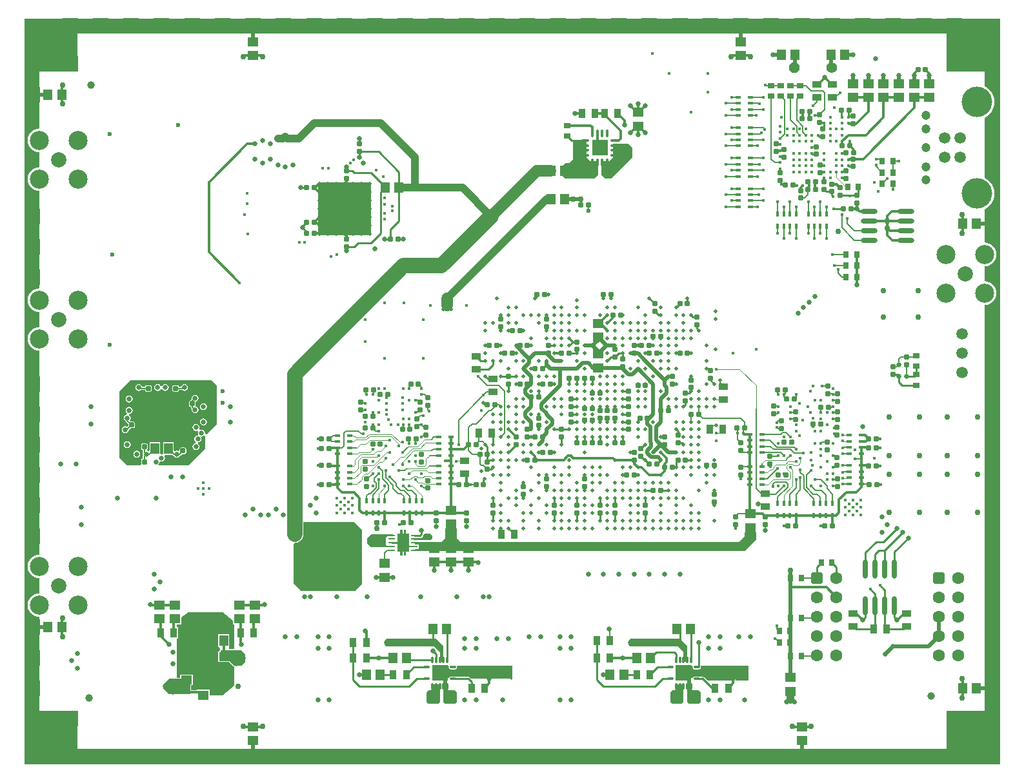
<source format=gbl>
%FSLAX25Y25*%
%MOIN*%
G70*
G01*
G75*
G04 Layer_Physical_Order=6*
G04 Layer_Color=14840927*
%ADD10C,0.00591*%
%ADD11C,0.00591*%
%ADD12C,0.00492*%
%ADD13R,0.03347X0.05118*%
%ADD14R,0.04528X0.05709*%
%ADD15R,0.12598X0.16929*%
%ADD16R,0.03150X0.01575*%
%ADD17R,0.01575X0.03150*%
%ADD18R,0.05709X0.04528*%
%ADD19R,0.03543X0.02756*%
G04:AMPARAMS|DCode=20|XSize=23.62mil|YSize=23.62mil|CornerRadius=2.95mil|HoleSize=0mil|Usage=FLASHONLY|Rotation=90.000|XOffset=0mil|YOffset=0mil|HoleType=Round|Shape=RoundedRectangle|*
%AMROUNDEDRECTD20*
21,1,0.02362,0.01772,0,0,90.0*
21,1,0.01772,0.02362,0,0,90.0*
1,1,0.00591,0.00886,0.00886*
1,1,0.00591,0.00886,-0.00886*
1,1,0.00591,-0.00886,-0.00886*
1,1,0.00591,-0.00886,0.00886*
%
%ADD20ROUNDEDRECTD20*%
%ADD21R,0.02756X0.03543*%
G04:AMPARAMS|DCode=22|XSize=23.62mil|YSize=23.62mil|CornerRadius=2.95mil|HoleSize=0mil|Usage=FLASHONLY|Rotation=180.000|XOffset=0mil|YOffset=0mil|HoleType=Round|Shape=RoundedRectangle|*
%AMROUNDEDRECTD22*
21,1,0.02362,0.01772,0,0,180.0*
21,1,0.01772,0.02362,0,0,180.0*
1,1,0.00591,-0.00886,0.00886*
1,1,0.00591,0.00886,0.00886*
1,1,0.00591,0.00886,-0.00886*
1,1,0.00591,-0.00886,-0.00886*
%
%ADD22ROUNDEDRECTD22*%
%ADD23R,0.05118X0.03347*%
%ADD24R,0.11000X0.08500*%
%ADD25R,0.23622X0.19685*%
%ADD26O,0.06102X0.01378*%
%ADD27R,0.10787X0.12795*%
%ADD28O,0.04134X0.01181*%
%ADD29O,0.01181X0.04134*%
%ADD30R,0.08268X0.08268*%
%ADD31R,0.05906X0.09449*%
%ADD32C,0.03937*%
%ADD33R,0.05512X0.02992*%
%ADD34R,0.12520X0.05000*%
%ADD35R,0.02992X0.05512*%
%ADD36R,0.05000X0.12520*%
%ADD37O,0.00984X0.03150*%
%ADD38O,0.03150X0.00984*%
%ADD39R,0.21654X0.21654*%
%ADD40O,0.00984X0.05709*%
%ADD41R,0.29528X0.29528*%
%ADD42O,0.00984X0.03543*%
%ADD43O,0.03543X0.00984*%
%ADD44C,0.01772*%
%ADD45C,0.01575*%
%ADD46C,0.01969*%
%ADD47R,0.07087X0.08661*%
%ADD48R,0.08661X0.07087*%
%ADD49R,0.14961X0.11024*%
%ADD50R,0.03543X0.03740*%
%ADD51C,0.05906*%
%ADD52C,0.01181*%
%ADD53C,0.00984*%
%ADD54C,0.03937*%
%ADD55C,0.00787*%
%ADD56C,0.00551*%
%ADD57C,0.00394*%
%ADD58P,0.05966X8X22.5*%
%ADD59C,0.05512*%
%ADD60C,0.05906*%
%ADD61C,0.07874*%
%ADD62C,0.09843*%
%ADD63C,0.15748*%
%ADD64C,0.04724*%
%ADD65R,0.07874X0.07874*%
%ADD66R,0.07874X0.07874*%
G04:AMPARAMS|DCode=67|XSize=62.99mil|YSize=62.99mil|CornerRadius=15.75mil|HoleSize=0mil|Usage=FLASHONLY|Rotation=90.000|XOffset=0mil|YOffset=0mil|HoleType=Round|Shape=RoundedRectangle|*
%AMROUNDEDRECTD67*
21,1,0.06299,0.03150,0,0,90.0*
21,1,0.03150,0.06299,0,0,90.0*
1,1,0.03150,0.01575,0.01575*
1,1,0.03150,0.01575,-0.01575*
1,1,0.03150,-0.01575,-0.01575*
1,1,0.03150,-0.01575,0.01575*
%
%ADD67ROUNDEDRECTD67*%
%ADD68C,0.06299*%
%ADD69C,0.02559*%
%ADD70C,0.02953*%
%ADD71C,0.02362*%
%ADD72C,0.02756*%
%ADD73C,0.01575*%
%ADD74C,0.01969*%
%ADD75C,0.08661*%
%ADD76C,0.06693*%
%ADD77C,0.03937*%
%ADD78C,0.03740*%
%ADD79C,0.03543*%
%ADD80C,0.03150*%
%ADD81C,0.04331*%
%ADD82C,0.03347*%
%ADD83C,0.00512*%
%ADD84C,0.00494*%
%ADD85C,0.02756*%
%ADD86C,0.02362*%
%ADD87C,0.09449*%
%ADD88C,0.10630*%
%ADD89R,0.03347X0.01102*%
%ADD90R,0.06496X0.09449*%
%ADD91O,0.08661X0.02362*%
%ADD92O,0.03347X0.01102*%
%ADD93O,0.01102X0.03347*%
%ADD94R,0.08071X0.08071*%
%ADD95O,0.02756X0.09843*%
%ADD96C,0.07874*%
G36*
X641732Y464567D02*
Y131890D01*
Y106299D01*
X137795D01*
Y132243D01*
Y464567D01*
Y492126D01*
X641732D01*
Y464567D01*
D02*
G37*
%LPC*%
G36*
X614173Y484252D02*
X165354D01*
Y464567D01*
X145669D01*
Y435266D01*
X144473Y435148D01*
X143323Y434799D01*
X142263Y434232D01*
X141333Y433470D01*
X140571Y432541D01*
X140004Y431480D01*
X139655Y430330D01*
X139537Y429134D01*
X139655Y427938D01*
X140004Y426787D01*
X140571Y425727D01*
X141333Y424798D01*
X142263Y424035D01*
X143323Y423469D01*
X144473Y423120D01*
X145669Y423002D01*
Y415266D01*
X144473Y415148D01*
X143323Y414799D01*
X142263Y414232D01*
X141333Y413470D01*
X140571Y412541D01*
X140004Y411480D01*
X139655Y410330D01*
X139537Y409134D01*
X139655Y407938D01*
X140004Y406787D01*
X140571Y405727D01*
X141333Y404798D01*
X142263Y404035D01*
X143323Y403469D01*
X144473Y403120D01*
X145669Y403002D01*
Y352589D01*
X144473Y352471D01*
X143323Y352122D01*
X142263Y351555D01*
X141333Y350793D01*
X140571Y349863D01*
X140004Y348803D01*
X139655Y347653D01*
X139537Y346457D01*
X139655Y345260D01*
X140004Y344110D01*
X140571Y343050D01*
X141333Y342121D01*
X142263Y341358D01*
X143323Y340792D01*
X144473Y340443D01*
X145669Y340325D01*
Y332589D01*
X144473Y332471D01*
X143323Y332122D01*
X142263Y331555D01*
X141333Y330793D01*
X140571Y329863D01*
X140004Y328803D01*
X139655Y327653D01*
X139537Y326457D01*
X139655Y325260D01*
X140004Y324110D01*
X140571Y323050D01*
X141333Y322121D01*
X142263Y321358D01*
X143323Y320792D01*
X144473Y320443D01*
X145669Y320325D01*
Y214793D01*
X144473Y214675D01*
X143323Y214327D01*
X142263Y213760D01*
X141333Y212997D01*
X140571Y212068D01*
X140004Y211008D01*
X139655Y209858D01*
X139537Y208661D01*
X139655Y207465D01*
X140004Y206315D01*
X140571Y205255D01*
X141333Y204326D01*
X142263Y203563D01*
X143323Y202996D01*
X144473Y202647D01*
X145669Y202530D01*
Y194793D01*
X144473Y194676D01*
X143323Y194326D01*
X142263Y193760D01*
X141333Y192997D01*
X140571Y192068D01*
X140004Y191008D01*
X139655Y189858D01*
X139537Y188661D01*
X139655Y187465D01*
X140004Y186315D01*
X140571Y185255D01*
X141333Y184326D01*
X142263Y183563D01*
X143323Y182996D01*
X144473Y182647D01*
X145669Y182529D01*
Y133858D01*
X165354D01*
Y114173D01*
X614173D01*
Y133858D01*
X633858D01*
Y343947D01*
X633858Y343947D01*
X635054Y344065D01*
X636205Y344414D01*
X637265Y344980D01*
X638194Y345743D01*
X638957Y346672D01*
X639523Y347732D01*
X639872Y348883D01*
X639990Y350079D01*
X639872Y351275D01*
X639523Y352425D01*
X638957Y353485D01*
X638194Y354415D01*
X637265Y355177D01*
X636205Y355744D01*
X635054Y356093D01*
X633858Y356211D01*
X633858Y356211D01*
Y363947D01*
X633858Y363947D01*
X635054Y364065D01*
X636205Y364414D01*
X637265Y364980D01*
X638194Y365743D01*
X638957Y366672D01*
X639523Y367732D01*
X639872Y368882D01*
X639990Y370079D01*
X639872Y371275D01*
X639523Y372425D01*
X638957Y373485D01*
X638194Y374415D01*
X637265Y375177D01*
X636205Y375744D01*
X635054Y376093D01*
X633858Y376211D01*
X633858Y376211D01*
Y393412D01*
X634976Y394009D01*
X636355Y395141D01*
X637487Y396520D01*
X638328Y398093D01*
X638845Y399800D01*
X639020Y401575D01*
X638845Y403350D01*
X638328Y405057D01*
X637487Y406630D01*
X636355Y408009D01*
X634976Y409140D01*
X633858Y409738D01*
Y440813D01*
X634976Y441411D01*
X636355Y442543D01*
X637487Y443921D01*
X638328Y445494D01*
X638845Y447201D01*
X639020Y448976D01*
X638845Y450751D01*
X638328Y452458D01*
X637487Y454032D01*
X636355Y455410D01*
X634976Y456542D01*
X633858Y457139D01*
Y464567D01*
X614173D01*
Y484252D01*
D02*
G37*
%LPD*%
G36*
X245669Y180589D02*
Y178740D01*
X246063D01*
Y165887D01*
X243504D01*
Y166929D01*
X243504D01*
Y173622D01*
X237992D01*
Y166929D01*
X238662D01*
X238893Y165771D01*
X238797Y165731D01*
X238640Y165354D01*
Y164764D01*
X237795D01*
Y159252D01*
X243538D01*
X245686Y157104D01*
X246063Y156948D01*
Y146894D01*
X240158Y142126D01*
X233662D01*
Y144882D01*
X226969D01*
Y144805D01*
X223958D01*
Y147244D01*
X224803D01*
Y152756D01*
X218110D01*
Y151123D01*
X216535D01*
Y171162D01*
X217126D01*
Y177264D01*
X216535D01*
Y178740D01*
X218898D01*
Y182178D01*
X222441Y185039D01*
X240158D01*
X245669Y180589D01*
D02*
G37*
G36*
X480315Y167323D02*
Y159449D01*
X478346D01*
Y164370D01*
X475394Y167323D01*
X450787D01*
X449803Y168307D01*
Y170276D01*
X450787Y171260D01*
X476378D01*
X480315Y167323D01*
D02*
G37*
G36*
X354330Y167323D02*
Y159449D01*
X352362D01*
Y164370D01*
X349409Y167323D01*
X324803D01*
X323818Y168307D01*
Y170275D01*
X324803Y171260D01*
X350393D01*
X354330Y167323D01*
D02*
G37*
G36*
X312205Y227559D02*
Y199606D01*
X308661Y196063D01*
X280709D01*
X276772Y200000D01*
Y220236D01*
X277559Y220926D01*
X278715Y221079D01*
X279793Y221525D01*
X280718Y222235D01*
X281428Y223160D01*
X281874Y224237D01*
X282026Y225394D01*
Y231496D01*
X308268D01*
X312205Y227559D01*
D02*
G37*
G36*
X361221Y228346D02*
Y223425D01*
X363189Y221457D01*
X506890D01*
X509842Y224410D01*
Y226378D01*
X511811Y228346D01*
X513779D01*
X515748Y226378D01*
Y222441D01*
X509842Y216535D01*
X339567D01*
Y217756D01*
X341536D01*
Y220039D01*
X339567D01*
Y221457D01*
X353346D01*
X355315Y223425D01*
Y228346D01*
X357283Y230315D01*
X359252D01*
X361221Y228346D01*
D02*
G37*
G36*
X335000Y216142D02*
Y214173D01*
X333898D01*
Y216142D01*
X334465Y216866D01*
X335000Y216142D01*
D02*
G37*
G36*
X333032D02*
Y214173D01*
X331929D01*
Y216142D01*
X332465Y216866D01*
X333032Y216142D01*
D02*
G37*
G36*
X251969Y163386D02*
Y159449D01*
X250000Y157480D01*
X246063D01*
X243110Y160433D01*
X239173D01*
Y165354D01*
X250000D01*
X251969Y163386D01*
D02*
G37*
G36*
X478346Y138779D02*
X478346D01*
X477362Y137795D01*
X472441D01*
X471457Y138779D01*
Y143701D01*
X472441Y144685D01*
X473425D01*
X474409Y145669D01*
Y147638D01*
X478346D01*
Y138779D01*
D02*
G37*
G36*
X356299Y145669D02*
X356299D01*
X357283Y144685D01*
X360236D01*
X361220Y143700D01*
Y138779D01*
X360236Y137795D01*
X355315D01*
X354330Y138779D01*
Y150590D01*
X356299D01*
Y145669D01*
D02*
G37*
G36*
X352362Y138779D02*
X352362D01*
X351378Y137795D01*
X346456D01*
X345472Y138779D01*
Y143700D01*
X346456Y144685D01*
X347441D01*
X348425Y145669D01*
Y147637D01*
X352362D01*
Y138779D01*
D02*
G37*
G36*
X482283Y145669D02*
X482283D01*
X483268Y144685D01*
X486221D01*
X487205Y143701D01*
Y138779D01*
X486221Y137795D01*
X481299D01*
X480315Y138779D01*
Y150591D01*
X482283D01*
Y145669D01*
D02*
G37*
G36*
X511811Y149606D02*
X505041D01*
Y150591D01*
X504957Y151013D01*
X504718Y151371D01*
X504717Y151371D01*
X504359Y151611D01*
X503937Y151695D01*
X503514Y151611D01*
X503156Y151371D01*
X502917Y151013D01*
X502833Y150591D01*
X502833Y150590D01*
Y149606D01*
X490734D01*
X488970Y151371D01*
X488611Y151610D01*
X488189Y151694D01*
X487767Y151610D01*
X487742Y151594D01*
X486563D01*
X486260Y151654D01*
X484016D01*
X483609Y151573D01*
X483264Y151343D01*
X483033Y150998D01*
X483033Y150998D01*
Y150998D01*
X483008Y150950D01*
X482660Y150967D01*
Y150967D01*
X482283Y151123D01*
Y157480D01*
X482888D01*
X483124Y157039D01*
X483033Y156903D01*
X482952Y156496D01*
X483033Y156089D01*
X483264Y155744D01*
X483609Y155513D01*
X484016Y155432D01*
X486260D01*
X486667Y155513D01*
X487012Y155744D01*
X487243Y156089D01*
X487324Y156496D01*
X487243Y156903D01*
X487224Y156931D01*
Y157480D01*
X511811D01*
Y149606D01*
D02*
G37*
G36*
X389764Y150260D02*
X389302Y150068D01*
X388780Y150590D01*
X379057D01*
Y150591D01*
X378973Y151013D01*
X378733Y151371D01*
X378733Y151371D01*
X378375Y151610D01*
X377953Y151695D01*
X377530Y151610D01*
X377172Y151371D01*
X376933Y151013D01*
X376849Y150591D01*
D01*
D01*
D01*
X376849Y150591D01*
D01*
X376848Y150590D01*
X368546D01*
X367836Y151300D01*
X367511Y151517D01*
X367126Y151594D01*
X360578D01*
X360275Y151654D01*
X358031D01*
X357624Y151573D01*
X357279Y151342D01*
X357048Y150997D01*
X357048Y150997D01*
Y150997D01*
X357023Y150950D01*
X356676Y150967D01*
Y150967D01*
X356299Y151123D01*
X356147D01*
X354445Y157081D01*
X354746Y157480D01*
X356904D01*
X357140Y157039D01*
X357048Y156903D01*
X356967Y156496D01*
X357048Y156089D01*
X357279Y155744D01*
X357624Y155513D01*
X358031Y155432D01*
X360275D01*
X360682Y155513D01*
X361027Y155744D01*
X361258Y156089D01*
X361339Y156496D01*
X361258Y156903D01*
X361167Y157039D01*
X361403Y157480D01*
X389764D01*
Y150260D01*
D02*
G37*
G36*
X223425Y142717D02*
X212598D01*
X209646Y145669D01*
X209646D01*
Y147638D01*
X212598Y150591D01*
X223425D01*
Y142717D01*
D02*
G37*
G36*
X328346Y224410D02*
X325197D01*
X324410Y223622D01*
Y220079D01*
X325197Y219291D01*
X327953D01*
Y218504D01*
X316929D01*
X314961Y220472D01*
Y223228D01*
X316929Y225197D01*
X328346D01*
Y224410D01*
D02*
G37*
G36*
X428150Y420276D02*
X430118Y418307D01*
X434055D01*
Y411417D01*
X432087Y409449D01*
X417323D01*
X415354Y411417D01*
Y415354D01*
X417323Y417323D01*
X419291D01*
X421260Y419291D01*
Y429036D01*
X423228Y429134D01*
X428150D01*
Y420276D01*
D02*
G37*
G36*
X234252Y305118D02*
X237205Y302165D01*
Y282480D01*
X231811Y277087D01*
X231117Y277458D01*
X231137Y277559D01*
X230999Y278250D01*
X230608Y278836D01*
X230022Y279228D01*
X229331Y279365D01*
X228639Y279228D01*
X228531Y279156D01*
X227975Y279713D01*
X228047Y279821D01*
X228184Y280512D01*
X228047Y281203D01*
X227655Y281789D01*
X227069Y282181D01*
X226378Y282318D01*
X225687Y282181D01*
X225101Y281789D01*
X224709Y281203D01*
X224571Y280512D01*
X224709Y279821D01*
X225101Y279235D01*
X225687Y278843D01*
X226378Y278706D01*
X227069Y278843D01*
X227177Y278915D01*
X227734Y278358D01*
X227662Y278250D01*
X227524Y277559D01*
X227662Y276868D01*
X227662Y276867D01*
X227362Y276413D01*
X227362D01*
Y276413D01*
D01*
D01*
D01*
X226671Y276275D01*
X226085Y275884D01*
X225693Y275298D01*
X225556Y274606D01*
X225693Y273915D01*
X226085Y273329D01*
X226281Y273198D01*
X226127Y272426D01*
X225687Y272338D01*
X225101Y271947D01*
X224709Y271361D01*
X224571Y270669D01*
X224709Y269978D01*
X225101Y269392D01*
X225687Y269000D01*
X226378Y268863D01*
X227069Y269000D01*
X227655Y269392D01*
X228047Y269978D01*
X228184Y270669D01*
X228047Y271361D01*
X227655Y271947D01*
X227459Y272077D01*
X227613Y272850D01*
X228053Y272937D01*
X228640Y273329D01*
X229031Y273915D01*
X229169Y274606D01*
X229031Y275298D01*
X228640Y275884D01*
X229244Y275769D01*
X229331Y275753D01*
D01*
X229331Y275753D01*
Y275753D01*
D01*
D01*
D01*
X230022Y275890D01*
X230605Y276280D01*
X230637Y276263D01*
X231299Y275820D01*
Y269685D01*
X222441Y260827D01*
X207448D01*
X207005Y261489D01*
X206988Y261521D01*
X207378Y262104D01*
X207481Y262625D01*
X208136Y263062D01*
X208661Y262957D01*
X209353Y263095D01*
X209939Y263487D01*
X210330Y264072D01*
X210468Y264764D01*
X210330Y265455D01*
X210204Y265644D01*
X210575Y266339D01*
X214274D01*
X214519Y266094D01*
X214812Y265898D01*
X214985Y265863D01*
X215258Y265455D01*
X215844Y265063D01*
X216535Y264926D01*
X217227Y265063D01*
X217813Y265455D01*
X218086Y265863D01*
X218259Y265898D01*
X218552Y266094D01*
X219274Y266815D01*
X220571D01*
X220878Y266876D01*
X221139Y267050D01*
X221313Y267311D01*
X221374Y267618D01*
Y269390D01*
X221313Y269697D01*
X221139Y269957D01*
X220878Y270131D01*
X220571Y270193D01*
X218799D01*
X218492Y270131D01*
X218232Y269957D01*
X218057Y269697D01*
X217996Y269390D01*
Y268722D01*
X217302Y268351D01*
X217227Y268401D01*
X216535Y268539D01*
X215844Y268401D01*
X215655Y268275D01*
X214961Y268646D01*
Y273032D01*
X209449D01*
Y267034D01*
X208840Y266535D01*
X208661Y266570D01*
X208483Y266535D01*
X207874Y267034D01*
Y273032D01*
X202362D01*
Y268646D01*
X202014Y268460D01*
X201302Y268797D01*
X201223Y269194D01*
X201257Y269216D01*
X201431Y269476D01*
X201492Y269783D01*
Y271555D01*
X201431Y271862D01*
X201257Y272123D01*
X200996Y272297D01*
X200689Y272358D01*
X198917D01*
X198610Y272297D01*
X198350Y272123D01*
X198176Y271862D01*
X198115Y271555D01*
Y269783D01*
X198176Y269476D01*
X198350Y269216D01*
X198610Y269042D01*
X198900Y268984D01*
Y267717D01*
X198969Y267371D01*
X199076Y267210D01*
X198981Y266732D01*
X199076Y266254D01*
X198969Y266094D01*
X198900Y265748D01*
Y264480D01*
X198610Y264423D01*
X198350Y264249D01*
X198176Y263988D01*
X198115Y263681D01*
Y261910D01*
X198176Y261602D01*
X198230Y261521D01*
X197859Y260827D01*
X190945D01*
X187008Y264764D01*
Y299213D01*
X192913Y305118D01*
X234252Y305118D01*
D02*
G37*
G36*
X316929Y406496D02*
Y380906D01*
X315945Y379921D01*
X290354D01*
Y380512D01*
X289370Y381496D01*
Y406496D01*
X290354Y407480D01*
X315945D01*
X316929Y406496D01*
D02*
G37*
G36*
X451772Y425197D02*
Y420276D01*
X440945Y409449D01*
X437992D01*
X436024Y411417D01*
Y418307D01*
X439961D01*
X441929Y420276D01*
Y427165D01*
X449803D01*
X451772Y425197D01*
D02*
G37*
G36*
X348425Y224803D02*
Y223228D01*
X347638Y222441D01*
Y222441D01*
X338976D01*
Y223228D01*
X342913D01*
X343701Y224016D01*
Y224803D01*
X344488Y225590D01*
X347638D01*
X348425Y224803D01*
D02*
G37*
G36*
X333032Y225590D02*
X332465Y224866D01*
X331929Y225590D01*
Y227559D01*
X333032D01*
Y225590D01*
D02*
G37*
G36*
X335000D02*
X334465Y224866D01*
X333898Y225590D01*
Y227559D01*
X335000D01*
Y225590D01*
D02*
G37*
%LPC*%
G36*
X196850Y302988D02*
X196159Y302850D01*
X195573Y302458D01*
X195182Y301872D01*
X195044Y301181D01*
X195182Y300490D01*
X195573Y299904D01*
X196159Y299512D01*
X196850Y299375D01*
X197542Y299512D01*
X198098Y299884D01*
X200086D01*
X200144Y299594D01*
X200318Y299334D01*
X200579Y299160D01*
X200886Y299099D01*
X202657D01*
X202965Y299160D01*
X203225Y299334D01*
X203399Y299594D01*
X203460Y299902D01*
Y301673D01*
X203399Y301980D01*
X203225Y302241D01*
X202965Y302415D01*
X202657Y302476D01*
X200886D01*
X200579Y302415D01*
X200318Y302241D01*
X200144Y301980D01*
X200086Y301691D01*
X198555D01*
X198519Y301872D01*
X198128Y302458D01*
X197542Y302850D01*
X196850Y302988D01*
D02*
G37*
G36*
X220473D02*
X219781Y302850D01*
X219195Y302458D01*
X218804Y301872D01*
X218767Y301691D01*
X217630D01*
X217572Y301980D01*
X217398Y302241D01*
X217138Y302415D01*
X216831Y302476D01*
X215059D01*
X214752Y302415D01*
X214491Y302241D01*
X214317Y301980D01*
X214256Y301673D01*
Y299902D01*
X214317Y299594D01*
X214491Y299334D01*
X214752Y299160D01*
X215059Y299099D01*
X216831D01*
X217138Y299160D01*
X217398Y299334D01*
X217572Y299594D01*
X217630Y299884D01*
X219224D01*
X219781Y299512D01*
X220473Y299375D01*
X221164Y299512D01*
X221750Y299904D01*
X222141Y300490D01*
X222279Y301181D01*
X222141Y301872D01*
X221750Y302458D01*
X221164Y302850D01*
X220473Y302988D01*
D02*
G37*
G36*
X210630D02*
X209939Y302850D01*
X209353Y302458D01*
X209055Y302013D01*
X208268D01*
X207970Y302458D01*
X207384Y302850D01*
X206693Y302988D01*
X206002Y302850D01*
X205416Y302458D01*
X205024Y301872D01*
X204887Y301181D01*
X205024Y300490D01*
X205416Y299904D01*
X206002Y299512D01*
X206693Y299375D01*
X207384Y299512D01*
X207970Y299904D01*
X208268Y300349D01*
X209055D01*
X209353Y299904D01*
X209939Y299512D01*
X210630Y299375D01*
X211321Y299512D01*
X211907Y299904D01*
X212299Y300490D01*
X212436Y301181D01*
X212299Y301872D01*
X211907Y302458D01*
X211321Y302850D01*
X210630Y302988D01*
D02*
G37*
G36*
X191929Y297082D02*
X191238Y296944D01*
X190652Y296553D01*
X190260Y295967D01*
X190123Y295276D01*
X190260Y294584D01*
X190652Y293998D01*
X191238Y293607D01*
X191929Y293469D01*
X192620Y293607D01*
X193206Y293998D01*
X193598Y294584D01*
X193736Y295276D01*
X193598Y295967D01*
X193206Y296553D01*
X192620Y296944D01*
X191929Y297082D01*
D02*
G37*
G36*
Y291177D02*
X191238Y291039D01*
X190652Y290647D01*
X190260Y290061D01*
X190123Y289370D01*
X190260Y288679D01*
X190652Y288093D01*
X190848Y287962D01*
X190694Y287190D01*
X190254Y287102D01*
X189668Y286710D01*
X189276Y286124D01*
X189138Y285433D01*
X189276Y284742D01*
X189668Y284156D01*
X190076Y283883D01*
X190110Y283709D01*
X190110Y283709D01*
X190110Y283709D01*
X190306Y283416D01*
X191421Y282301D01*
Y281478D01*
X190820Y280877D01*
X190527Y281072D01*
X189836Y281210D01*
X189145Y281072D01*
X188559Y280680D01*
X188167Y280095D01*
X188030Y279403D01*
X188167Y278712D01*
X188559Y278126D01*
X189145Y277734D01*
X189836Y277597D01*
X190527Y277734D01*
X191114Y278126D01*
X191505Y278712D01*
X191578Y279081D01*
X192699Y280201D01*
X193996D01*
X194303Y280262D01*
X194564Y280436D01*
X194738Y280697D01*
X194799Y281004D01*
Y282776D01*
X194738Y283083D01*
X194564Y283343D01*
X194303Y283517D01*
X193996Y283578D01*
X192699D01*
X192222Y284156D01*
X192614Y284742D01*
X192751Y285433D01*
X192614Y286124D01*
X192222Y286710D01*
X192026Y286841D01*
X192180Y287614D01*
X192620Y287701D01*
X193206Y288093D01*
X193598Y288679D01*
X193736Y289370D01*
X193598Y290061D01*
X193206Y290647D01*
X192620Y291039D01*
X191929Y291177D01*
D02*
G37*
G36*
X190945Y273460D02*
X190254Y273322D01*
X189668Y272931D01*
X189276Y272345D01*
X189138Y271654D01*
X189276Y270962D01*
X189668Y270376D01*
X190254Y269985D01*
X190945Y269847D01*
X191636Y269985D01*
X192222Y270376D01*
X192614Y270962D01*
X192751Y271654D01*
X192614Y272345D01*
X192222Y272931D01*
X191636Y273322D01*
X190945Y273460D01*
D02*
G37*
G36*
X195866Y268539D02*
X195175Y268401D01*
X194589Y268010D01*
X194197Y267424D01*
X194060Y266732D01*
X194197Y266041D01*
X194589Y265455D01*
X195175Y265063D01*
X195866Y264926D01*
X196557Y265063D01*
X197143Y265455D01*
X197535Y266041D01*
X197672Y266732D01*
X197535Y267424D01*
X197143Y268010D01*
X196557Y268401D01*
X195866Y268539D01*
D02*
G37*
G36*
X225984Y297476D02*
X225293Y297338D01*
X224707Y296947D01*
X224315Y296361D01*
X224178Y295669D01*
X224266Y295228D01*
X223968Y294930D01*
X223772Y294637D01*
X223765Y294602D01*
X223720D01*
X223413Y294541D01*
X223153Y294367D01*
X222979Y294106D01*
X222918Y293799D01*
Y292028D01*
X222979Y291720D01*
X223153Y291460D01*
X223413Y291286D01*
X223703Y291228D01*
Y291142D01*
X223772Y290796D01*
X223968Y290503D01*
X224266Y290205D01*
X224178Y289764D01*
X224315Y289073D01*
X224707Y288487D01*
X225293Y288095D01*
X225984Y287958D01*
X226676Y288095D01*
X227261Y288487D01*
X227653Y289073D01*
X227790Y289764D01*
X227653Y290455D01*
X227261Y291041D01*
X226676Y291433D01*
X226676D01*
X226234Y291720D01*
X226295Y292028D01*
Y293799D01*
X226271Y293920D01*
X226676Y294001D01*
X227261Y294392D01*
X227653Y294978D01*
X227790Y295669D01*
X227653Y296361D01*
X227261Y296947D01*
X226676Y297338D01*
X225984Y297476D01*
D02*
G37*
G36*
X230315Y293145D02*
X229624Y293007D01*
X229038Y292616D01*
X228646Y292030D01*
X228509Y291339D01*
X228646Y290647D01*
X229038Y290061D01*
X229624Y289670D01*
X230315Y289532D01*
X231006Y289670D01*
X231592Y290061D01*
X231984Y290647D01*
X232121Y291339D01*
X231984Y292030D01*
X231592Y292616D01*
X231006Y293007D01*
X230315Y293145D01*
D02*
G37*
G36*
Y285271D02*
X229624Y285133D01*
X229038Y284742D01*
X228646Y284156D01*
X228509Y283465D01*
X228646Y282773D01*
X229038Y282187D01*
X229624Y281796D01*
X230315Y281658D01*
X231006Y281796D01*
X231592Y282187D01*
X231984Y282773D01*
X232121Y283465D01*
X231984Y284156D01*
X231592Y284742D01*
X231006Y285133D01*
X230315Y285271D01*
D02*
G37*
%LPD*%
D10*
X500295Y416732D02*
X506791D01*
X500295Y426181D02*
X506791D01*
X545866Y378248D02*
Y384744D01*
X512894Y413583D02*
X519390D01*
X549016Y390945D02*
Y397342D01*
Y390846D02*
Y390945D01*
X500295Y441929D02*
X506792D01*
X512894Y397835D02*
X519390D01*
X500295Y432480D02*
X506791D01*
X512894Y445079D02*
X519390D01*
X512992Y435630D02*
X519390D01*
X512894D02*
X512992D01*
X533267Y390846D02*
Y397343D01*
X500295Y410433D02*
X506791D01*
X552165Y378248D02*
Y384744D01*
X512894Y451378D02*
X519390D01*
X512992Y429331D02*
X519390D01*
X512894D02*
X512992D01*
X542717Y390945D02*
Y397342D01*
Y390846D02*
Y390945D01*
X500295Y400984D02*
X506791D01*
X512894Y404134D02*
X519390D01*
X536417Y378248D02*
Y384744D01*
X512894Y419882D02*
X519390D01*
X530118Y378248D02*
Y384744D01*
X526968Y390846D02*
Y397343D01*
X500295Y448228D02*
X506792D01*
X518701Y246063D02*
X525984D01*
X538583Y257480D02*
Y258662D01*
Y257480D02*
X540551Y255512D01*
X538189Y258662D02*
X538583D01*
X535433Y267323D02*
X540158D01*
X526968Y244488D02*
X532284Y249803D01*
X525410Y417504D02*
X528067D01*
X523622Y419291D02*
X525410Y417504D01*
X523622Y419291D02*
Y451968D01*
X528543Y451968D02*
X530429Y450083D01*
Y432465D02*
Y450083D01*
X536728Y450311D02*
X538386Y451968D01*
X536728Y439551D02*
Y450311D01*
X533465Y451968D02*
X533579Y451854D01*
X536728Y439551D02*
X539878Y436402D01*
X533579Y439551D02*
Y451854D01*
Y439551D02*
X536728Y436402D01*
X528067Y430102D02*
X530429Y432465D01*
X536728Y433252D02*
Y436402D01*
Y433252D02*
X538303Y431677D01*
X539878Y433252D02*
Y436402D01*
Y433252D02*
X541453Y431677D01*
X437008Y347441D02*
X437008Y347441D01*
Y349410D01*
X391732Y303150D02*
X391732Y303150D01*
X393701D01*
X399606Y322835D02*
X399606Y322835D01*
X397638Y322835D02*
X399606D01*
X403543Y279528D02*
X403543Y279528D01*
Y281496D01*
Y287402D02*
X403543Y287402D01*
X403543Y285433D02*
Y287402D01*
X390748Y225197D02*
Y225393D01*
X387795Y228346D02*
X390748Y225393D01*
X383858Y225394D02*
X384055Y225197D01*
X383858Y225394D02*
Y228346D01*
X569685Y264173D02*
X570079Y263779D01*
X566929Y264173D02*
X569685D01*
X497047Y303543D02*
Y305118D01*
Y303543D02*
X499016Y301575D01*
X525984Y246063D02*
X530315Y250394D01*
X515748Y249016D02*
X518701Y246063D01*
X311417Y289370D02*
X313386D01*
X348031Y268504D02*
X348819Y269291D01*
X333071Y267717D02*
X335827Y270472D01*
X324803Y296850D02*
X325591Y297638D01*
X324803Y296063D02*
Y296850D01*
X339764Y288189D02*
X340551D01*
X342126Y289764D01*
X325591Y296850D02*
Y297638D01*
X324803Y296063D02*
X325591Y296850D01*
X313386Y289370D02*
X313779Y289764D01*
X314173Y298031D02*
X314567Y297638D01*
X314173Y298031D02*
Y300000D01*
X342913Y300787D02*
Y301575D01*
X341339Y303150D02*
X342913Y301575D01*
Y281890D02*
X344094Y280709D01*
X345276D01*
X336614Y279921D02*
Y281890D01*
Y279921D02*
X337008Y279528D01*
X339764Y272441D02*
Y274409D01*
X340158Y274803D01*
X349213Y275591D02*
X351968D01*
X348031Y274410D02*
X349213Y275591D01*
X526772Y265748D02*
X527166Y266142D01*
X523229Y265748D02*
X526772D01*
X531496Y264173D02*
X533465Y266142D01*
X518898Y260433D02*
Y262008D01*
X521457Y254134D02*
X526772Y259449D01*
X524803Y269291D02*
X533465D01*
X523327Y270768D02*
X524803Y269291D01*
X518898Y270768D02*
X523327D01*
X518898Y267618D02*
X519095Y267815D01*
X560630Y270079D02*
X560827Y270276D01*
X563780D01*
X560630Y266929D02*
X560827Y267126D01*
X563780D01*
X533465Y269291D02*
X535433Y267323D01*
X579921Y274803D02*
X579921Y274803D01*
X577953Y274803D02*
X579921D01*
X536417Y241339D02*
Y246063D01*
X538609Y248254D01*
Y254750D01*
X524410Y250000D02*
Y251181D01*
X525591Y252362D01*
X531103D01*
X532284Y251181D01*
Y249803D02*
Y251181D01*
X526968Y241339D02*
Y244488D01*
X545276Y246063D02*
X547244D01*
X541733Y249606D02*
X545276Y246063D01*
X541733Y249606D02*
Y255906D01*
X544095Y258268D01*
X540551Y248819D02*
Y255512D01*
Y248819D02*
X545669Y243701D01*
Y241338D02*
Y243701D01*
X548819Y241338D02*
Y244488D01*
X547244Y246063D02*
X548819Y244488D01*
X544095Y250394D02*
X546457Y248032D01*
X549607D01*
X551968Y245670D01*
Y241338D02*
Y245670D01*
X555118Y241338D02*
Y246063D01*
X552362Y248819D02*
X555118Y246063D01*
X552362Y248819D02*
Y250394D01*
X549213Y253543D02*
X552362Y250394D01*
X546063Y253543D02*
X549213D01*
X536614Y249213D02*
Y253543D01*
X533268Y245866D02*
X536614Y249213D01*
X533268Y241339D02*
Y245866D01*
X518898Y254134D02*
X521457D01*
X519095Y267815D02*
X528642D01*
X530315Y266142D01*
X526378Y270473D02*
X535433D01*
X522933Y273917D02*
X526378Y270473D01*
X535433D02*
X536614Y269291D01*
X518898Y273917D02*
X522933D01*
X518898Y277067D02*
X528642D01*
X529528Y277953D01*
X531103D01*
X533465Y275591D01*
X563583Y251181D02*
X563779Y251378D01*
X560630Y251181D02*
X563583D01*
X560827Y257677D02*
X563779D01*
X560630Y257480D02*
X560827Y257677D01*
X560827Y260827D02*
X563779D01*
X560630Y261024D02*
X560827Y260827D01*
X515748Y249016D02*
Y290158D01*
X305906Y270079D02*
X309449D01*
X326279Y274114D02*
X326378Y274016D01*
X318504Y252756D02*
X319390Y251870D01*
X318504Y252756D02*
Y254331D01*
X320866Y256693D01*
X316634Y246457D02*
X319390Y249213D01*
Y251870D01*
X314567Y242520D02*
Y245276D01*
X315748Y246457D01*
X316634D01*
X317717Y242520D02*
Y245669D01*
X320866Y248819D01*
Y253543D01*
X324016Y242520D02*
Y246063D01*
X325984Y248031D01*
X324705Y252067D02*
X324709D01*
X325984Y248031D02*
Y250791D01*
X324709Y252067D02*
X325984Y250791D01*
X322736Y254035D02*
X324705Y252067D01*
X322736Y254035D02*
Y257972D01*
X320866Y259843D02*
X322736Y257972D01*
X340158Y242520D02*
Y245669D01*
X337795Y248031D02*
X340158Y245669D01*
X335827Y248031D02*
X337795D01*
X333465Y250394D02*
X335827Y248031D01*
X337008Y242520D02*
Y244882D01*
X333858Y248031D02*
X337008Y244882D01*
X332283Y248031D02*
X333858D01*
X329921Y250394D02*
X332283Y248031D01*
X329921Y250394D02*
Y251575D01*
X326378Y255118D02*
X329921Y251575D01*
X333858Y242520D02*
Y244882D01*
X332283Y246457D02*
X333858Y244882D01*
X330709Y246457D02*
X332283D01*
X324410Y254720D02*
Y258268D01*
X328346Y248819D02*
X330709Y246457D01*
X328346Y248819D02*
Y250783D01*
X324410Y254720D02*
X328346Y250783D01*
X331102Y258268D02*
X334252D01*
X348819Y269291D02*
X351968D01*
X333071Y261417D02*
Y262598D01*
X334252Y258268D02*
X335433Y259449D01*
X346850Y260630D02*
X351969D01*
X347244Y266142D02*
X351968D01*
X552165Y390945D02*
Y394587D01*
X545866Y390945D02*
Y394587D01*
X530118Y390945D02*
Y394587D01*
X536417Y390945D02*
Y394587D01*
X512992Y394685D02*
X516634D01*
X512992Y410433D02*
X516634D01*
X512992Y426181D02*
X516634D01*
X517421Y416732D02*
X517421Y416732D01*
X512992Y416732D02*
X517421D01*
X512992Y400984D02*
X517225D01*
X517323Y448228D02*
X517421Y448130D01*
X512992Y448228D02*
X517323D01*
X512992Y432480D02*
X517815D01*
X519390Y435630D02*
X520177Y434842D01*
Y434744D02*
Y434842D01*
X517815Y432480D02*
X518405Y433071D01*
X512992Y441929D02*
X515945D01*
X542717Y381004D02*
Y384646D01*
X549016Y381004D02*
Y384646D01*
X533268Y381004D02*
Y384646D01*
X526968Y381004D02*
Y384646D01*
X506693Y394685D02*
X506791D01*
X503051Y397834D02*
X506693D01*
X503051Y404134D02*
X506693D01*
X503051Y413583D02*
X506693D01*
X503051Y419882D02*
X506693D01*
X503051Y435630D02*
X506693D01*
X503051Y429330D02*
X506693D01*
X503051Y445079D02*
X506693D01*
X500296Y394685D02*
X506693D01*
X500295Y394685D02*
X500296Y394685D01*
X503051Y451378D02*
X506693D01*
X506693Y451378D01*
X526575Y176378D02*
Y178150D01*
X525787Y171260D02*
X527756Y169291D01*
X525591Y171260D02*
X525787D01*
X435039Y307087D02*
X435039D01*
X438976D02*
X438976D01*
X442913Y307087D02*
X442913Y307087D01*
X446850Y307087D02*
X446850Y307087D01*
X383858Y275590D02*
X385827Y277559D01*
Y299213D01*
X382874Y302165D02*
X385827Y299213D01*
X376969Y302165D02*
X382874D01*
X372047Y307087D02*
X376969Y302165D01*
X480315Y318898D02*
X482283D01*
X480315Y318898D02*
X480315Y318898D01*
X474409D02*
X476378D01*
X490158Y311024D02*
X491142D01*
X492126Y310039D01*
X480315Y318898D02*
X482283D01*
X482283Y318898D01*
X476378D02*
X476378Y318898D01*
X474409D02*
X476378D01*
X375984Y322835D02*
X377953D01*
X377953Y322835D01*
X381890Y322834D02*
X383858D01*
X381890Y322835D02*
X381890Y322834D01*
X403543Y267717D02*
X405512D01*
X409449Y267716D02*
X411417D01*
X403543Y279528D02*
Y281496D01*
X403543Y285433D02*
Y287402D01*
D12*
X535040Y261024D02*
X537402D01*
X534252Y261811D02*
X535040Y261024D01*
X532677Y261811D02*
X534252D01*
X531496Y259449D02*
Y260630D01*
Y259449D02*
X533465Y257480D01*
X530709Y261417D02*
X532284Y262992D01*
X525984Y261417D02*
X530709D01*
X562319Y404906D02*
X563106D01*
X557201Y410023D02*
X562319Y404906D01*
X557201Y410023D02*
Y412779D01*
X361024Y262992D02*
X361220Y263189D01*
X365157D01*
X560630Y276772D02*
X563583D01*
X563780Y276575D01*
X560827Y273425D02*
X563780D01*
X560630Y273622D02*
X560827Y273425D01*
X495276Y277509D02*
X496603D01*
X498622Y279528D01*
X494095Y295275D02*
X494488Y294882D01*
X499016D01*
X515748Y290158D02*
Y302165D01*
X507283Y310630D02*
X515748Y302165D01*
X495276Y310630D02*
X507283D01*
X314173Y272047D02*
X316240Y274114D01*
X311417Y272047D02*
X314173D01*
X309449Y270079D02*
X311417Y272047D01*
X316240Y274114D02*
X326279D01*
X313879Y275197D02*
X315710Y277028D01*
X309054Y275197D02*
X313879D01*
X316142Y275984D02*
X327215D01*
X314311Y274153D02*
X316142Y275984D01*
X308799Y274153D02*
X314311D01*
X309842Y266929D02*
X310585Y267671D01*
X316096D02*
X317716Y269291D01*
X310585Y267671D02*
X316096D01*
X318110Y266535D02*
X319882Y268307D01*
X311417Y266535D02*
X318110D01*
X308661Y263779D02*
X311417Y266535D01*
X320078Y265354D02*
X320866Y266142D01*
X312205Y265354D02*
X320078D01*
X310236Y263386D02*
X312205Y265354D01*
X310236Y259449D02*
Y263386D01*
X308268Y257481D02*
X310236Y259449D01*
X312205Y261024D02*
X318098D01*
X311417Y260236D02*
X312205Y261024D01*
X311417Y257480D02*
Y260236D01*
X308268Y254331D02*
X311417Y257480D01*
X308661Y261417D02*
Y263779D01*
X315114Y256648D02*
X321065Y262598D01*
X309648Y251181D02*
X312205Y253738D01*
Y255118D01*
X313734Y256648D01*
X315114D01*
X305906Y251181D02*
X309648D01*
X348425Y254331D02*
X351969D01*
X347589Y255167D02*
X348425Y254331D01*
X344144Y255167D02*
X347589D01*
X345276Y261417D02*
Y264173D01*
X344488Y260630D02*
X345276Y261417D01*
X340945Y260630D02*
X344488D01*
X339764Y261811D02*
X340945Y260630D01*
X339764Y261811D02*
Y262992D01*
X338976Y268504D02*
X348031D01*
X333071Y262598D02*
X338976Y268504D01*
X336020Y270665D02*
X340744D01*
X335827Y270472D02*
X336020Y270665D01*
X340744D02*
X344488Y274410D01*
X342126Y269685D02*
X344931Y272490D01*
X338189Y269685D02*
X342126D01*
X333858Y265354D02*
X338189Y269685D01*
X321850Y268307D02*
X324410Y270866D01*
X319882Y268307D02*
X321850D01*
X344488Y274410D02*
X348031D01*
X518898Y262008D02*
X520669Y263779D01*
X531103D01*
X531496Y264173D01*
X532284Y262992D02*
X536614D01*
X524849Y260282D02*
X525984Y261417D01*
X524016Y258662D02*
X524849Y259494D01*
X522835Y258662D02*
X524016D01*
X521457Y257283D02*
X522835Y258662D01*
X524849Y259494D02*
Y260282D01*
X531496Y260630D02*
X532677Y261811D01*
X533465Y254331D02*
Y257480D01*
X532677Y253543D02*
X533465Y254331D01*
X524410Y253543D02*
X532677D01*
X521850Y250984D02*
X524410Y253543D01*
X518898Y257283D02*
X521457D01*
X537402Y261024D02*
X538583Y262205D01*
Y264567D01*
X518898Y250984D02*
X521850D01*
X530118Y241339D02*
Y245669D01*
X534646Y250197D01*
Y258662D01*
X533465Y259843D02*
X534646Y258662D01*
X563583Y254331D02*
X563779Y254527D01*
X560630Y254331D02*
X563583D01*
X331102Y270866D02*
Y272097D01*
X331840Y272835D02*
X333071D01*
X327215Y275984D02*
X331102Y272097D01*
X327647Y277028D02*
X331840Y272835D01*
X315710Y277028D02*
X327647D01*
X307873Y276378D02*
X309054Y275197D01*
X305906Y276378D02*
X307873D01*
Y273228D02*
X308799Y274153D01*
X305906Y273228D02*
X307873D01*
X305906Y266929D02*
X309842D01*
X305906Y257481D02*
X308268D01*
X324807Y267717D02*
X326378D01*
X321559Y264469D02*
X324807Y267717D01*
X305906Y254331D02*
X308268D01*
X305906Y260630D02*
X307874D01*
X308661Y261417D01*
X322441Y262598D02*
X324410Y264567D01*
X321065Y262598D02*
X322441D01*
X321543Y264469D02*
X321559D01*
X318098Y261024D02*
X321543Y264469D01*
X320866Y242520D02*
Y246457D01*
X324016Y249606D01*
Y250394D01*
X343307Y242520D02*
Y245276D01*
X338189Y250394D02*
X343307Y245276D01*
X336614Y250394D02*
X338189D01*
X344423Y251181D02*
X351969D01*
X333465Y253543D02*
X337008D01*
X333465Y253543D02*
X333465Y253543D01*
X346457Y257480D02*
X351969D01*
X351919Y272490D02*
X351968Y272441D01*
X344931Y272490D02*
X351919D01*
X332283Y265354D02*
X333858D01*
X328346Y261417D02*
X332283Y265354D01*
X343586Y252018D02*
X344423Y251181D01*
X341289Y252018D02*
X343586D01*
X339764Y253543D02*
X341289Y252018D01*
X343701Y254724D02*
X344144Y255167D01*
X340880Y254724D02*
X343701D01*
X340437Y255167D02*
X340880Y254724D01*
X339091Y255167D02*
X340437D01*
X339042Y255118D02*
X339091Y255167D01*
X338583Y255118D02*
X339042D01*
X337008Y253543D02*
X338583Y255118D01*
X338238Y258317D02*
X345620D01*
X336614Y256693D02*
X338238Y258317D01*
X345620D02*
X346457Y257480D01*
X335433Y259449D02*
X345669D01*
X346850Y260630D01*
X345276Y264173D02*
X347244Y266142D01*
D13*
X368701Y145669D02*
D03*
X375394D02*
D03*
X379331Y277559D02*
D03*
X372638D02*
D03*
X384055Y225197D02*
D03*
X390748D02*
D03*
X498622Y279528D02*
D03*
X491929D02*
D03*
X437598Y442913D02*
D03*
X444291D02*
D03*
X425787D02*
D03*
X432480D02*
D03*
X256299Y174213D02*
D03*
X249606D02*
D03*
X583071Y176181D02*
D03*
X576378D02*
D03*
X307677Y169291D02*
D03*
X314370D02*
D03*
X314370Y161417D02*
D03*
X307677D02*
D03*
X335039Y152559D02*
D03*
X328346D02*
D03*
X433661Y170276D02*
D03*
X440354D02*
D03*
X440354Y161417D02*
D03*
X433662D02*
D03*
X461024Y152559D02*
D03*
X454331D02*
D03*
X494685Y145669D02*
D03*
X501378D02*
D03*
X214961Y174213D02*
D03*
X208268D02*
D03*
D14*
X629528Y385827D02*
D03*
X622441D02*
D03*
X554528Y473425D02*
D03*
X561614D02*
D03*
X536024Y473425D02*
D03*
X528937D02*
D03*
X409842Y413386D02*
D03*
X416929D02*
D03*
X150000Y452756D02*
D03*
X157087D02*
D03*
X331299Y404528D02*
D03*
X324213D02*
D03*
X212205Y269685D02*
D03*
X205118D02*
D03*
X240748Y170276D02*
D03*
X233661D02*
D03*
X150000Y177165D02*
D03*
X157087D02*
D03*
X321457Y152559D02*
D03*
X314370D02*
D03*
X335236Y161417D02*
D03*
X328150D02*
D03*
X348819Y176181D02*
D03*
X355906D02*
D03*
X447441Y152559D02*
D03*
X440354D02*
D03*
X461221Y161418D02*
D03*
X454134D02*
D03*
X474803Y176181D02*
D03*
X481890D02*
D03*
X629528Y145669D02*
D03*
X622441D02*
D03*
X416929Y398622D02*
D03*
X409842D02*
D03*
D16*
X506693Y435630D02*
D03*
Y432480D02*
D03*
Y429331D02*
D03*
Y426181D02*
D03*
X512992D02*
D03*
Y429331D02*
D03*
Y432480D02*
D03*
Y435630D02*
D03*
X563779Y251378D02*
D03*
Y254528D02*
D03*
Y257677D02*
D03*
Y260827D02*
D03*
X570079D02*
D03*
Y257677D02*
D03*
Y254528D02*
D03*
Y251378D02*
D03*
X512598Y277067D02*
D03*
Y273917D02*
D03*
Y270768D02*
D03*
Y267618D02*
D03*
X518898D02*
D03*
Y270768D02*
D03*
Y273917D02*
D03*
Y277067D02*
D03*
X563779Y267126D02*
D03*
Y270276D02*
D03*
Y273425D02*
D03*
Y276575D02*
D03*
X570079D02*
D03*
Y273425D02*
D03*
Y270276D02*
D03*
Y267126D02*
D03*
X512598Y260433D02*
D03*
Y257283D02*
D03*
Y254134D02*
D03*
Y250984D02*
D03*
X518898D02*
D03*
Y254134D02*
D03*
Y257283D02*
D03*
Y260433D02*
D03*
X512992Y419882D02*
D03*
Y416732D02*
D03*
Y413583D02*
D03*
Y410433D02*
D03*
X506693D02*
D03*
Y413583D02*
D03*
Y416732D02*
D03*
Y419882D02*
D03*
Y404134D02*
D03*
Y400984D02*
D03*
Y397835D02*
D03*
Y394685D02*
D03*
X512992D02*
D03*
Y397835D02*
D03*
Y400984D02*
D03*
Y404134D02*
D03*
Y451378D02*
D03*
Y448228D02*
D03*
Y445079D02*
D03*
Y441929D02*
D03*
X506693D02*
D03*
Y445079D02*
D03*
Y448228D02*
D03*
Y451378D02*
D03*
X358268Y251181D02*
D03*
Y254331D02*
D03*
Y257480D02*
D03*
Y260630D02*
D03*
X351969D02*
D03*
Y257480D02*
D03*
Y254331D02*
D03*
Y251181D02*
D03*
Y266142D02*
D03*
Y269291D02*
D03*
Y272441D02*
D03*
Y275590D02*
D03*
X358268D02*
D03*
Y272441D02*
D03*
Y269291D02*
D03*
Y266142D02*
D03*
X299606Y260630D02*
D03*
Y257480D02*
D03*
Y254331D02*
D03*
Y251181D02*
D03*
X305906D02*
D03*
Y254331D02*
D03*
Y257480D02*
D03*
Y260630D02*
D03*
Y276378D02*
D03*
Y273228D02*
D03*
Y270079D02*
D03*
Y266929D02*
D03*
X299606D02*
D03*
Y270079D02*
D03*
Y273228D02*
D03*
Y276378D02*
D03*
D17*
X542717Y390945D02*
D03*
X545866D02*
D03*
X549016D02*
D03*
X552165D02*
D03*
Y384646D02*
D03*
X549016D02*
D03*
X545866D02*
D03*
X542717D02*
D03*
X526968D02*
D03*
X530118D02*
D03*
X533268D02*
D03*
X536417D02*
D03*
Y390945D02*
D03*
X533268D02*
D03*
X530118D02*
D03*
X526968D02*
D03*
Y235039D02*
D03*
X530118D02*
D03*
X533268D02*
D03*
X536417D02*
D03*
Y241339D02*
D03*
X533268D02*
D03*
X530118D02*
D03*
X526968D02*
D03*
X545669D02*
D03*
X548819D02*
D03*
X551968D02*
D03*
X555118D02*
D03*
Y235039D02*
D03*
X551968D02*
D03*
X548819D02*
D03*
X545669D02*
D03*
X314567Y242520D02*
D03*
X317717D02*
D03*
X320866D02*
D03*
X324016D02*
D03*
Y236221D02*
D03*
X320866D02*
D03*
X317717D02*
D03*
X314567D02*
D03*
X333858D02*
D03*
X337008D02*
D03*
X340158D02*
D03*
X343307D02*
D03*
Y242520D02*
D03*
X340158D02*
D03*
X337008D02*
D03*
X333858D02*
D03*
D18*
X358268Y237795D02*
D03*
Y230709D02*
D03*
X349409Y218110D02*
D03*
Y211024D02*
D03*
X358268Y218110D02*
D03*
Y211024D02*
D03*
X367126Y218110D02*
D03*
Y211024D02*
D03*
X323819Y210236D02*
D03*
Y203150D02*
D03*
X434055Y318504D02*
D03*
Y311417D02*
D03*
X434055Y327165D02*
D03*
Y334252D02*
D03*
X512795Y235827D02*
D03*
Y228740D02*
D03*
X565945Y451181D02*
D03*
Y458268D02*
D03*
X573819Y451181D02*
D03*
Y458268D02*
D03*
X581693Y451181D02*
D03*
Y458268D02*
D03*
X589567Y451181D02*
D03*
Y458268D02*
D03*
X597441Y451181D02*
D03*
Y458268D02*
D03*
X605315Y451181D02*
D03*
Y458268D02*
D03*
X507874Y479921D02*
D03*
Y472835D02*
D03*
X454724Y436417D02*
D03*
Y443504D02*
D03*
X255906Y479921D02*
D03*
Y472835D02*
D03*
X241142Y162008D02*
D03*
Y154921D02*
D03*
X221457Y150000D02*
D03*
Y157087D02*
D03*
X230315Y142126D02*
D03*
Y149213D02*
D03*
X207677Y181496D02*
D03*
Y188583D02*
D03*
X215551Y181496D02*
D03*
Y188583D02*
D03*
X249016Y181496D02*
D03*
Y188583D02*
D03*
X256890Y181496D02*
D03*
Y188583D02*
D03*
X533464Y144095D02*
D03*
Y151181D02*
D03*
X255906Y118504D02*
D03*
Y125591D02*
D03*
X539370Y118504D02*
D03*
Y125591D02*
D03*
D19*
X523622Y451968D02*
D03*
Y457480D02*
D03*
X528543Y451968D02*
D03*
Y457480D02*
D03*
X533465Y451968D02*
D03*
Y457480D02*
D03*
X538386Y451968D02*
D03*
Y457480D02*
D03*
X418307Y436811D02*
D03*
Y431299D02*
D03*
X598425Y307874D02*
D03*
Y302362D02*
D03*
X598425Y312205D02*
D03*
Y317717D02*
D03*
D20*
X319882Y231299D02*
D03*
X323819D02*
D03*
X295276Y274606D02*
D03*
X291339D02*
D03*
X291339Y269685D02*
D03*
X295276D02*
D03*
X291339Y260827D02*
D03*
X295276D02*
D03*
X291339Y250984D02*
D03*
X295276D02*
D03*
X509842Y280315D02*
D03*
X505905D02*
D03*
X536221Y229528D02*
D03*
X532283D02*
D03*
X555118D02*
D03*
X551181D02*
D03*
X577953Y274803D02*
D03*
X574016D02*
D03*
X574016Y270079D02*
D03*
X577953D02*
D03*
X574016Y260630D02*
D03*
X577953D02*
D03*
X574213Y250984D02*
D03*
X578150D02*
D03*
X564961Y393701D02*
D03*
X561024D02*
D03*
X599409Y465551D02*
D03*
X603346D02*
D03*
X330709Y377953D02*
D03*
X326772D02*
D03*
X283661Y386811D02*
D03*
X287598D02*
D03*
Y380906D02*
D03*
X283661D02*
D03*
X287598Y404528D02*
D03*
X283661D02*
D03*
X193110Y281890D02*
D03*
X197047D02*
D03*
X195866Y270669D02*
D03*
X199803D02*
D03*
Y262795D02*
D03*
X195866D02*
D03*
X224606Y292913D02*
D03*
X220669D02*
D03*
X337402Y303150D02*
D03*
X341339D02*
D03*
X526772Y300000D02*
D03*
X530709D02*
D03*
X562319Y422622D02*
D03*
X566256D02*
D03*
X563779Y444488D02*
D03*
X559842D02*
D03*
X539484Y440339D02*
D03*
X543421D02*
D03*
X546571Y407661D02*
D03*
X542634D02*
D03*
X530823Y406086D02*
D03*
X534760D02*
D03*
X542634Y403724D02*
D03*
X546571D02*
D03*
X539484Y443882D02*
D03*
X543421D02*
D03*
X564288Y426165D02*
D03*
X560351D02*
D03*
X393701Y330709D02*
D03*
X389764D02*
D03*
X393701Y322835D02*
D03*
X397638D02*
D03*
X371063Y250984D02*
D03*
X375000D02*
D03*
X405512Y267717D02*
D03*
X409449D02*
D03*
X377953Y322835D02*
D03*
X381890D02*
D03*
X445866Y338583D02*
D03*
X441929D02*
D03*
X403543Y296260D02*
D03*
X399606D02*
D03*
X397638Y303150D02*
D03*
X393701D02*
D03*
X405512D02*
D03*
X409449D02*
D03*
X385827Y318898D02*
D03*
X389764D02*
D03*
X373031Y266732D02*
D03*
X376969D02*
D03*
X376969Y292323D02*
D03*
X380906D02*
D03*
X476378Y318898D02*
D03*
X480315D02*
D03*
X479331Y263779D02*
D03*
X475394D02*
D03*
X468504Y259842D02*
D03*
X472441D02*
D03*
X466535Y289370D02*
D03*
X470472D02*
D03*
X476378Y344488D02*
D03*
X480315D02*
D03*
X466535Y327756D02*
D03*
X462598D02*
D03*
X440945Y349410D02*
D03*
X437008D02*
D03*
X406496D02*
D03*
X402559D02*
D03*
X456693Y322835D02*
D03*
X460630D02*
D03*
X401575Y263779D02*
D03*
X397638D02*
D03*
X466535Y248031D02*
D03*
X462598D02*
D03*
X431102Y284449D02*
D03*
X427165D02*
D03*
X431102Y290354D02*
D03*
X427165D02*
D03*
X401575Y311024D02*
D03*
X405512D02*
D03*
X455709Y285433D02*
D03*
X459646D02*
D03*
X464567Y261811D02*
D03*
X460630D02*
D03*
X401575Y275590D02*
D03*
X405512D02*
D03*
X431102Y298228D02*
D03*
X435039D02*
D03*
X431102Y306102D02*
D03*
X427165D02*
D03*
X448819Y255906D02*
D03*
X452756D02*
D03*
X415354Y318898D02*
D03*
X419291D02*
D03*
X464567Y318897D02*
D03*
X460630D02*
D03*
X446850Y272638D02*
D03*
X442913D02*
D03*
X435039D02*
D03*
X431102D02*
D03*
X423228D02*
D03*
X427165D02*
D03*
X423228Y306102D02*
D03*
X419291D02*
D03*
X317717Y272047D02*
D03*
X321654D02*
D03*
X317717Y286221D02*
D03*
X313779D02*
D03*
X530315Y272835D02*
D03*
X534252D02*
D03*
X535433Y295276D02*
D03*
X531496D02*
D03*
X527166Y255906D02*
D03*
X531103D02*
D03*
X545276Y282284D02*
D03*
X549213D02*
D03*
X333071Y279528D02*
D03*
X337008D02*
D03*
X340158Y274803D02*
D03*
X336221D02*
D03*
X313779Y280315D02*
D03*
X317717D02*
D03*
X318110Y300000D02*
D03*
X314173D02*
D03*
X321654Y297638D02*
D03*
X325590D02*
D03*
X549213Y290945D02*
D03*
X553150D02*
D03*
X482283Y287402D02*
D03*
X486221D02*
D03*
X371063Y271654D02*
D03*
X367126D02*
D03*
X366142Y250984D02*
D03*
X362205D02*
D03*
X333661Y231299D02*
D03*
X337598D02*
D03*
X494095Y260827D02*
D03*
X490158D02*
D03*
X454724Y302165D02*
D03*
X458661D02*
D03*
X429134Y395669D02*
D03*
X425197D02*
D03*
D21*
X563106Y404906D02*
D03*
X568618D02*
D03*
X586417Y418307D02*
D03*
X580906D02*
D03*
X586417Y412402D02*
D03*
X580906D02*
D03*
X586417Y406496D02*
D03*
X580906D02*
D03*
X533661Y182087D02*
D03*
X539173D02*
D03*
X527756Y175197D02*
D03*
X533268D02*
D03*
X527756Y169291D02*
D03*
X533268D02*
D03*
X539173Y162401D02*
D03*
X533662D02*
D03*
X533661Y202756D02*
D03*
X539173D02*
D03*
X554921Y210630D02*
D03*
X549409D02*
D03*
X567717Y358268D02*
D03*
X562205D02*
D03*
X567717Y370079D02*
D03*
X562205D02*
D03*
X567717Y364173D02*
D03*
X562205D02*
D03*
D22*
X350394Y236221D02*
D03*
Y232283D02*
D03*
X366142Y236221D02*
D03*
Y232283D02*
D03*
X507874Y268701D02*
D03*
Y272638D02*
D03*
Y259842D02*
D03*
Y255906D02*
D03*
X520669Y234252D02*
D03*
Y230315D02*
D03*
X505118D02*
D03*
Y234252D02*
D03*
X304134Y374016D02*
D03*
Y377953D02*
D03*
Y409449D02*
D03*
Y413386D02*
D03*
X311024Y423228D02*
D03*
Y427165D02*
D03*
X219685Y272441D02*
D03*
Y268504D02*
D03*
X201772Y296850D02*
D03*
Y300787D02*
D03*
X215945D02*
D03*
Y296850D02*
D03*
X550902Y403724D02*
D03*
Y407661D02*
D03*
X567913Y400591D02*
D03*
Y396654D02*
D03*
X554839Y406480D02*
D03*
Y402543D02*
D03*
X559055Y400591D02*
D03*
Y404528D02*
D03*
X538976Y403150D02*
D03*
Y399213D02*
D03*
X550114Y434827D02*
D03*
Y430890D02*
D03*
X548539Y442307D02*
D03*
Y438370D02*
D03*
X528067Y408449D02*
D03*
Y412386D02*
D03*
X546965Y421835D02*
D03*
Y425772D02*
D03*
X530035Y424197D02*
D03*
Y420260D02*
D03*
X562319Y409236D02*
D03*
Y413173D02*
D03*
X548933Y416323D02*
D03*
Y412386D02*
D03*
X526098Y423409D02*
D03*
Y427346D02*
D03*
X565862Y419472D02*
D03*
Y415535D02*
D03*
Y441520D02*
D03*
Y437583D02*
D03*
X383858Y332677D02*
D03*
Y336614D02*
D03*
X407480Y336614D02*
D03*
Y332677D02*
D03*
X403543Y281496D02*
D03*
Y285433D02*
D03*
X408465Y318898D02*
D03*
Y322835D02*
D03*
X415354Y275590D02*
D03*
Y279528D02*
D03*
X395669Y246063D02*
D03*
Y250000D02*
D03*
X391732Y271654D02*
D03*
Y275590D02*
D03*
X387795Y303150D02*
D03*
Y307087D02*
D03*
X379921Y236221D02*
D03*
Y240158D02*
D03*
X485236Y333661D02*
D03*
Y337598D02*
D03*
X482283Y305118D02*
D03*
Y301181D02*
D03*
X494095Y246063D02*
D03*
Y242126D02*
D03*
X479331Y298228D02*
D03*
Y294291D02*
D03*
X475394Y276575D02*
D03*
Y272638D02*
D03*
X452756Y267717D02*
D03*
Y263779D02*
D03*
X468504Y275590D02*
D03*
Y271654D02*
D03*
X472441Y303150D02*
D03*
Y307087D02*
D03*
X452756Y318898D02*
D03*
Y322835D02*
D03*
X397638Y279528D02*
D03*
Y275591D02*
D03*
X423228Y324803D02*
D03*
Y320866D02*
D03*
X442913Y316929D02*
D03*
Y320866D02*
D03*
X463583Y340551D02*
D03*
Y344488D02*
D03*
X442913Y236221D02*
D03*
Y240158D02*
D03*
X449803Y299213D02*
D03*
Y295276D02*
D03*
X420276Y291339D02*
D03*
Y295276D02*
D03*
X449803Y291339D02*
D03*
Y287402D02*
D03*
X442913Y285433D02*
D03*
Y289370D02*
D03*
X446850Y312008D02*
D03*
Y315945D02*
D03*
X438976Y289370D02*
D03*
Y285433D02*
D03*
X449803Y283465D02*
D03*
Y279528D02*
D03*
X420276Y287402D02*
D03*
Y283465D02*
D03*
X458661Y236221D02*
D03*
Y240158D02*
D03*
X423228D02*
D03*
Y236221D02*
D03*
X407480Y253937D02*
D03*
Y250000D02*
D03*
X427165Y253937D02*
D03*
Y250000D02*
D03*
X435039Y285433D02*
D03*
Y289370D02*
D03*
Y236221D02*
D03*
Y240158D02*
D03*
X411417D02*
D03*
Y236221D02*
D03*
X346063Y249213D02*
D03*
Y253150D02*
D03*
X314567Y253937D02*
D03*
Y250000D02*
D03*
X313779Y259055D02*
D03*
Y262992D02*
D03*
X342913Y266535D02*
D03*
Y262598D02*
D03*
X346063Y292126D02*
D03*
Y296063D02*
D03*
X340551Y281102D02*
D03*
Y285039D02*
D03*
X557874Y250000D02*
D03*
Y253937D02*
D03*
X557480Y261024D02*
D03*
Y264961D02*
D03*
X522835Y265748D02*
D03*
Y261811D02*
D03*
X552362Y268898D02*
D03*
Y272835D02*
D03*
X342126Y289764D02*
D03*
Y293701D02*
D03*
X345276Y276772D02*
D03*
Y280709D02*
D03*
X311417Y289764D02*
D03*
Y293701D02*
D03*
X552756Y298032D02*
D03*
Y301969D02*
D03*
X524803Y291732D02*
D03*
Y287795D02*
D03*
X536221Y284646D02*
D03*
Y288583D02*
D03*
X557874Y294095D02*
D03*
Y298032D02*
D03*
Y288583D02*
D03*
Y284646D02*
D03*
X528740Y279921D02*
D03*
Y283858D02*
D03*
X376969Y262795D02*
D03*
Y258858D02*
D03*
X557480Y276772D02*
D03*
Y280709D02*
D03*
X456299Y269685D02*
D03*
Y265748D02*
D03*
X492126Y306102D02*
D03*
Y310039D02*
D03*
X586614Y308071D02*
D03*
Y312008D02*
D03*
X593504Y312992D02*
D03*
Y316929D02*
D03*
D23*
X365157Y263189D02*
D03*
Y256496D02*
D03*
X379921Y305512D02*
D03*
Y298819D02*
D03*
X371063Y317323D02*
D03*
Y310630D02*
D03*
X499016Y301575D02*
D03*
Y294882D02*
D03*
X520669Y239764D02*
D03*
Y246457D02*
D03*
X547244Y451378D02*
D03*
Y458071D02*
D03*
X555118Y451378D02*
D03*
Y458071D02*
D03*
X565945Y177756D02*
D03*
Y184449D02*
D03*
X593504Y184449D02*
D03*
Y177756D02*
D03*
D28*
X427658Y421358D02*
D03*
Y423917D02*
D03*
Y426476D02*
D03*
Y429036D02*
D03*
X442421D02*
D03*
Y426476D02*
D03*
Y423917D02*
D03*
Y421358D02*
D03*
D29*
X431201Y432579D02*
D03*
X433760D02*
D03*
X436319D02*
D03*
X438878D02*
D03*
Y417815D02*
D03*
X436319D02*
D03*
X433760D02*
D03*
X431201D02*
D03*
D30*
X435039Y425197D02*
D03*
D32*
X172244Y457677D02*
D03*
X171260Y140748D02*
D03*
X606299Y141732D02*
D03*
D44*
X538583Y258662D02*
D03*
X530315Y250394D02*
D03*
X538609Y254750D02*
D03*
X536614Y262992D02*
D03*
X533465Y259843D02*
D03*
X527166Y250394D02*
D03*
X530315Y256693D02*
D03*
X524410Y250000D02*
D03*
X538583Y264567D02*
D03*
X540158Y267323D02*
D03*
X564173Y400394D02*
D03*
X555905Y393701D02*
D03*
X555512Y400000D02*
D03*
X520669Y457677D02*
D03*
X559055Y453740D02*
D03*
X545276Y446850D02*
D03*
X556102Y445866D02*
D03*
X583661Y409449D02*
D03*
X577756Y416339D02*
D03*
Y419291D02*
D03*
X589567Y418307D02*
D03*
X586614Y403543D02*
D03*
X576772Y407480D02*
D03*
X578740Y402559D02*
D03*
X366142Y343504D02*
D03*
X347441D02*
D03*
X560039Y390748D02*
D03*
X562992Y388779D02*
D03*
X307773Y418993D02*
D03*
X306102Y417323D02*
D03*
X296260Y369094D02*
D03*
X313779Y336221D02*
D03*
X324016Y344882D02*
D03*
X361024Y262992D02*
D03*
X368110Y250984D02*
D03*
X275590Y223425D02*
D03*
X279528D02*
D03*
X277559Y225394D02*
D03*
X279528Y227362D02*
D03*
X275590D02*
D03*
X555512Y266142D02*
D03*
X544882Y261024D02*
D03*
X544095Y263780D02*
D03*
X560630Y276772D02*
D03*
X546063Y272441D02*
D03*
X560630Y273622D02*
D03*
X549213Y269291D02*
D03*
X552362Y256693D02*
D03*
X555512D02*
D03*
X549213Y259843D02*
D03*
X515748Y320866D02*
D03*
X503937Y318898D02*
D03*
X566929Y268898D02*
D03*
Y264173D02*
D03*
X552362Y262992D02*
D03*
X549213Y266142D02*
D03*
X555512Y272441D02*
D03*
X552362Y269291D02*
D03*
X556299Y277166D02*
D03*
X549213Y278740D02*
D03*
X546063D02*
D03*
X545276Y281102D02*
D03*
X549213Y272441D02*
D03*
X556299Y280315D02*
D03*
X312992Y277165D02*
D03*
X320866Y272441D02*
D03*
X317716D02*
D03*
X314567Y262992D02*
D03*
X317716D02*
D03*
X324803Y296063D02*
D03*
X523229Y260434D02*
D03*
X526772Y259449D02*
D03*
X533465Y288189D02*
D03*
X507874Y253937D02*
D03*
X530315Y272441D02*
D03*
X533465D02*
D03*
X545276Y285433D02*
D03*
X549213Y281890D02*
D03*
X552362D02*
D03*
X530315Y229527D02*
D03*
X549213Y229528D02*
D03*
X579921Y260630D02*
D03*
X579921Y270079D02*
D03*
X331693Y230315D02*
D03*
X289370Y260827D02*
D03*
X289370Y269685D02*
D03*
X289370Y274606D02*
D03*
X562008Y243110D02*
D03*
X565945D02*
D03*
X569882D02*
D03*
X567913Y241142D02*
D03*
X563976D02*
D03*
X562008Y239173D02*
D03*
X565945D02*
D03*
X569882D02*
D03*
X563976Y237205D02*
D03*
X567913D02*
D03*
X562008Y235236D02*
D03*
X565945D02*
D03*
X569882D02*
D03*
X307087Y236221D02*
D03*
X303150D02*
D03*
X299213D02*
D03*
X305118Y238189D02*
D03*
X301181D02*
D03*
X307087Y240158D02*
D03*
X303150D02*
D03*
X299213D02*
D03*
X301181Y242126D02*
D03*
X305118D02*
D03*
X307087Y244094D02*
D03*
X303150D02*
D03*
X299213D02*
D03*
X319685Y223228D02*
D03*
X316535D02*
D03*
X322835D02*
D03*
X344882Y224016D02*
D03*
X347244D02*
D03*
X252756Y401575D02*
D03*
X490866Y463701D02*
D03*
Y453937D02*
D03*
X482205Y443701D02*
D03*
X344016Y316220D02*
D03*
X299213Y370079D02*
D03*
X279921Y376378D02*
D03*
X282677D02*
D03*
X324016Y396063D02*
D03*
Y399213D02*
D03*
X327953Y392618D02*
D03*
X323228Y410236D02*
D03*
X319685Y413779D02*
D03*
X324016Y250394D02*
D03*
X317716Y250394D02*
D03*
X333465D02*
D03*
X375000Y297244D02*
D03*
X313779Y280315D02*
D03*
X320866Y294488D02*
D03*
X331102Y258268D02*
D03*
X343701Y286614D02*
D03*
X339764Y253543D02*
D03*
X336614Y250394D02*
D03*
Y256693D02*
D03*
X333071Y267717D02*
D03*
Y261417D02*
D03*
X326378Y255118D02*
D03*
X324410Y258268D02*
D03*
Y264567D02*
D03*
X326378Y267717D02*
D03*
X324410Y270866D02*
D03*
X326378Y274016D02*
D03*
X327165Y281890D02*
D03*
X324016Y300787D02*
D03*
X320866D02*
D03*
X324803Y292913D02*
D03*
X324803Y289764D02*
D03*
X320866Y288189D02*
D03*
X313779Y283465D02*
D03*
X324803Y287402D02*
D03*
X325984Y284646D02*
D03*
X330709Y281890D02*
D03*
X333465Y300787D02*
D03*
X336614Y294488D02*
D03*
X336614Y281890D02*
D03*
X317716Y256693D02*
D03*
X320866Y278740D02*
D03*
X317716Y281890D02*
D03*
X320866Y297638D02*
D03*
X317716D02*
D03*
X342913Y275591D02*
D03*
X336614Y300787D02*
D03*
X339764Y294488D02*
D03*
X509055Y277559D02*
D03*
X579921Y274803D02*
D03*
X560630Y251181D02*
D03*
Y254331D02*
D03*
Y257480D02*
D03*
Y261024D02*
D03*
Y270079D02*
D03*
Y266929D02*
D03*
X527166Y256693D02*
D03*
X530315Y275591D02*
D03*
X526378Y283071D02*
D03*
Y280709D02*
D03*
X530315Y297638D02*
D03*
X527166Y291339D02*
D03*
Y288189D02*
D03*
X533465Y275591D02*
D03*
X550000Y301969D02*
D03*
X555512Y294488D02*
D03*
Y291339D02*
D03*
Y288189D02*
D03*
Y259843D02*
D03*
Y253543D02*
D03*
X495276Y310630D02*
D03*
X536614Y253543D02*
D03*
X544095Y267717D02*
D03*
X552362Y253543D02*
D03*
X544095Y258268D02*
D03*
X527166Y266142D02*
D03*
X530315D02*
D03*
X533465Y266142D02*
D03*
X546063Y253543D02*
D03*
X549213Y250394D02*
D03*
X544095Y250394D02*
D03*
X536614Y269291D02*
D03*
X527166Y272441D02*
D03*
Y297638D02*
D03*
X536614D02*
D03*
X555512Y300788D02*
D03*
Y297638D02*
D03*
X552362Y288189D02*
D03*
X555512Y285039D02*
D03*
Y250394D02*
D03*
X314567Y297638D02*
D03*
Y250394D02*
D03*
X342913Y250394D02*
D03*
Y256693D02*
D03*
X339764Y272441D02*
D03*
Y288189D02*
D03*
X538189Y276378D02*
D03*
X543701Y288189D02*
D03*
X538189Y292914D02*
D03*
X539764Y284252D02*
D03*
X549213Y288189D02*
D03*
X543701Y299213D02*
D03*
X545276Y301969D02*
D03*
X533465Y291339D02*
D03*
X542520Y291339D02*
D03*
X533465Y285039D02*
D03*
X549213D02*
D03*
X546063Y294488D02*
D03*
X549213Y294488D02*
D03*
X313779Y286614D02*
D03*
Y289764D02*
D03*
Y292913D02*
D03*
X317716Y288189D02*
D03*
X342913Y297638D02*
D03*
Y300787D02*
D03*
X320866Y253543D02*
D03*
Y281890D02*
D03*
X333071Y289764D02*
D03*
X336614Y285039D02*
D03*
X333465Y285039D02*
D03*
X333465Y281890D02*
D03*
X336614Y272441D02*
D03*
X339764Y266142D02*
D03*
X313779Y258268D02*
D03*
X333465Y253543D02*
D03*
X328346Y261417D02*
D03*
X317716Y269291D02*
D03*
X320866Y266142D02*
D03*
X362205Y271654D02*
D03*
X342913Y266142D02*
D03*
Y262992D02*
D03*
X339764Y262992D02*
D03*
X336614Y262992D02*
D03*
X331102Y270866D02*
D03*
X333071Y272835D02*
D03*
X320866Y256693D02*
D03*
Y259843D02*
D03*
X345669Y253543D02*
D03*
X355118Y263386D02*
D03*
X333780Y344882D02*
D03*
X344016Y336220D02*
D03*
X324016Y316220D02*
D03*
X462205Y473937D02*
D03*
X470866Y463701D02*
D03*
X249016Y355315D02*
D03*
X233071Y407480D02*
D03*
X252756Y396457D02*
D03*
X251575Y390748D02*
D03*
X253346Y380709D02*
D03*
X549016Y397342D02*
D03*
X552165Y394587D02*
D03*
X545866D02*
D03*
X542717Y397342D02*
D03*
X526968Y397343D02*
D03*
X530118Y394587D02*
D03*
X536417D02*
D03*
X533267Y397343D02*
D03*
X519390Y404134D02*
D03*
X516634Y394685D02*
D03*
X519390Y397835D02*
D03*
X519390Y419882D02*
D03*
X516634Y410433D02*
D03*
X519390Y413583D02*
D03*
X516634Y426181D02*
D03*
X519390Y429331D02*
D03*
X519390Y451378D02*
D03*
Y445079D02*
D03*
X517421Y416732D02*
D03*
X517225Y400984D02*
D03*
X517421Y448130D02*
D03*
X518405Y433071D02*
D03*
X520177Y434744D02*
D03*
X515945Y441929D02*
D03*
X552165Y378248D02*
D03*
X549016Y381004D02*
D03*
X542717D02*
D03*
X545866Y378248D02*
D03*
X536417Y378248D02*
D03*
X533268Y381004D02*
D03*
X526968D02*
D03*
X530118Y378248D02*
D03*
X500295Y410433D02*
D03*
X503051Y413583D02*
D03*
Y419882D02*
D03*
X500295Y416732D02*
D03*
Y426181D02*
D03*
X503051Y429330D02*
D03*
Y435630D02*
D03*
X500295Y432480D02*
D03*
X500295Y441929D02*
D03*
X503051Y445079D02*
D03*
Y451378D02*
D03*
X500295Y448228D02*
D03*
X500295Y394685D02*
D03*
X503051Y397834D02*
D03*
X500295Y400984D02*
D03*
X503051Y404134D02*
D03*
X313779Y324882D02*
D03*
X579724Y198819D02*
D03*
X574803Y196850D02*
D03*
X526575Y178150D02*
D03*
X525591Y171260D02*
D03*
X558071Y362205D02*
D03*
X556102Y364173D02*
D03*
X555118Y370079D02*
D03*
X289370Y250984D02*
D03*
X372047Y307087D02*
D03*
X580118Y250984D02*
D03*
X505118Y228346D02*
D03*
X576772Y264764D02*
D03*
X324016Y388189D02*
D03*
Y391338D02*
D03*
X327953Y394980D02*
D03*
X294882Y414567D02*
D03*
X291732D02*
D03*
X536614Y278740D02*
D03*
Y281890D02*
D03*
X333071Y292913D02*
D03*
Y296063D02*
D03*
X506299Y277559D02*
D03*
X495276Y273572D02*
D03*
Y277509D02*
D03*
X374016Y289370D02*
D03*
X230315Y249016D02*
D03*
X233268D02*
D03*
X230315Y251969D02*
D03*
Y246063D02*
D03*
X227362Y249016D02*
D03*
X342913Y281890D02*
D03*
X346850Y288976D02*
D03*
D45*
X544602Y425378D02*
D03*
X544602Y422228D02*
D03*
X544602Y428527D02*
D03*
X550902Y415929D02*
D03*
X550902Y412779D02*
D03*
X554051Y441126D02*
D03*
X557201Y434827D02*
D03*
X550902Y419079D02*
D03*
X564288Y428527D02*
D03*
X563500Y437976D02*
D03*
X554051Y428527D02*
D03*
Y431677D02*
D03*
Y437976D02*
D03*
Y434827D02*
D03*
X541453Y419079D02*
D03*
X538303Y419079D02*
D03*
X535154D02*
D03*
X541453Y415929D02*
D03*
X538303D02*
D03*
X535154D02*
D03*
Y412779D02*
D03*
X538303D02*
D03*
X541453D02*
D03*
X528854Y441126D02*
D03*
X535154Y428527D02*
D03*
X538303D02*
D03*
X532004Y431677D02*
D03*
X535154D02*
D03*
X538303D02*
D03*
Y434827D02*
D03*
X535154D02*
D03*
X532004D02*
D03*
X541453D02*
D03*
Y431677D02*
D03*
Y428527D02*
D03*
X550902Y437976D02*
D03*
X563500Y441126D02*
D03*
X560351Y441126D02*
D03*
Y437976D02*
D03*
Y434827D02*
D03*
Y431677D02*
D03*
X554051Y409630D02*
D03*
X557201Y428527D02*
D03*
X563500Y419079D02*
D03*
X560351D02*
D03*
X557201D02*
D03*
Y415929D02*
D03*
X563500D02*
D03*
X560351D02*
D03*
Y412779D02*
D03*
X557201D02*
D03*
X554051D02*
D03*
X550902Y409630D02*
D03*
X560351D02*
D03*
X557201Y406480D02*
D03*
X528854Y406480D02*
D03*
X535154Y422228D02*
D03*
X538303D02*
D03*
X541453D02*
D03*
X544602Y431677D02*
D03*
X550902Y422228D02*
D03*
X557201D02*
D03*
X560351D02*
D03*
X560351Y428527D02*
D03*
X544602Y419079D02*
D03*
Y415929D02*
D03*
Y412779D02*
D03*
X547752Y431677D02*
D03*
X546177Y405693D02*
D03*
Y441913D02*
D03*
X543028Y405693D02*
D03*
X539878D02*
D03*
X536728D02*
D03*
X528067Y414354D02*
D03*
Y417504D02*
D03*
Y420653D02*
D03*
Y423803D02*
D03*
Y426953D02*
D03*
Y430102D02*
D03*
Y433252D02*
D03*
Y436402D02*
D03*
X539878Y441913D02*
D03*
X543028D02*
D03*
D46*
X335433Y222834D02*
D03*
X331496D02*
D03*
X335433Y218897D02*
D03*
X331496D02*
D03*
X432874Y423032D02*
D03*
X437205D02*
D03*
X432874Y427362D02*
D03*
X437205D02*
D03*
X349803Y153543D02*
D03*
X352362Y150984D02*
D03*
X354921Y153543D02*
D03*
X352362Y156102D02*
D03*
X475787Y153543D02*
D03*
X478346Y150984D02*
D03*
X480905Y153543D02*
D03*
X478346Y156102D02*
D03*
X229134Y162795D02*
D03*
X233465D02*
D03*
X229134Y158464D02*
D03*
X233465D02*
D03*
X229134Y154134D02*
D03*
X233465D02*
D03*
X292126Y215748D02*
D03*
X296457D02*
D03*
X292126Y211417D02*
D03*
X296457D02*
D03*
X200000Y275197D02*
D03*
Y279528D02*
D03*
Y283858D02*
D03*
Y288189D02*
D03*
Y292520D02*
D03*
X204331Y275197D02*
D03*
Y279528D02*
D03*
Y283858D02*
D03*
Y288189D02*
D03*
Y292520D02*
D03*
X208661Y275197D02*
D03*
Y279528D02*
D03*
Y283858D02*
D03*
Y288189D02*
D03*
Y292520D02*
D03*
X212992Y275197D02*
D03*
Y279528D02*
D03*
Y283858D02*
D03*
Y288189D02*
D03*
Y292520D02*
D03*
X217323Y275197D02*
D03*
Y279528D02*
D03*
Y283858D02*
D03*
Y288189D02*
D03*
Y292520D02*
D03*
X290157Y406693D02*
D03*
X294488D02*
D03*
X298819D02*
D03*
X303150D02*
D03*
X307480D02*
D03*
X311811D02*
D03*
X316142D02*
D03*
X290157Y402362D02*
D03*
X294488D02*
D03*
X298819D02*
D03*
X303150D02*
D03*
X307480D02*
D03*
X311811D02*
D03*
X316142D02*
D03*
X290157Y398031D02*
D03*
X294488D02*
D03*
X298819D02*
D03*
X303150D02*
D03*
X307480D02*
D03*
X311811D02*
D03*
X316142D02*
D03*
X290157Y393701D02*
D03*
X294488D02*
D03*
X298819D02*
D03*
X303150D02*
D03*
X307480D02*
D03*
X311811D02*
D03*
X316142D02*
D03*
X290157Y389370D02*
D03*
X294488D02*
D03*
X298819D02*
D03*
X303150D02*
D03*
X307480D02*
D03*
X311811D02*
D03*
X316142D02*
D03*
X290157Y385039D02*
D03*
X294488D02*
D03*
X298819D02*
D03*
X303150D02*
D03*
X307480D02*
D03*
X311811D02*
D03*
X316142D02*
D03*
X290157Y380709D02*
D03*
X294488D02*
D03*
X298819D02*
D03*
X303150D02*
D03*
X307480D02*
D03*
X311811D02*
D03*
X316142D02*
D03*
X478347Y283464D02*
D03*
X474410D02*
D03*
X408465Y349410D02*
D03*
X437008Y347441D02*
D03*
X427165Y338582D02*
D03*
X407480Y338583D02*
D03*
X395669Y330708D02*
D03*
X470473Y330709D02*
D03*
X462598Y322835D02*
D03*
X454725Y251968D02*
D03*
X446850Y259843D02*
D03*
X358268Y341535D02*
D03*
X354331D02*
D03*
X358268Y345472D02*
D03*
X356299Y343504D02*
D03*
X354331Y345472D02*
D03*
X466535Y314961D02*
D03*
Y318898D02*
D03*
X470473Y314960D02*
D03*
X427166Y330708D02*
D03*
X458661Y318898D02*
D03*
X454725Y279528D02*
D03*
X458662Y279527D02*
D03*
X383858Y228346D02*
D03*
X470473Y318897D02*
D03*
X478346Y244094D02*
D03*
X411417Y255906D02*
D03*
X415354Y255905D02*
D03*
X387795Y244094D02*
D03*
X391732Y248032D02*
D03*
X454725Y314960D02*
D03*
X446851Y322834D02*
D03*
X438977Y318897D02*
D03*
X446851Y326771D02*
D03*
X442914Y330709D02*
D03*
X466535Y283464D02*
D03*
X411417Y307087D02*
D03*
X403543Y314961D02*
D03*
X407480Y314961D02*
D03*
X391732Y322835D02*
D03*
X391732Y318898D02*
D03*
X391732Y314961D02*
D03*
X399606Y279528D02*
D03*
X419291Y334645D02*
D03*
X423228Y330708D02*
D03*
X419291Y338583D02*
D03*
X415354D02*
D03*
Y342520D02*
D03*
X415354Y322834D02*
D03*
X411417Y326772D02*
D03*
X415354Y326771D02*
D03*
X415354Y330709D02*
D03*
X411417Y330708D02*
D03*
X411417Y334646D02*
D03*
X407480Y326772D02*
D03*
X423228Y346457D02*
D03*
X435040Y338583D02*
D03*
X383858Y291339D02*
D03*
X383858Y287402D02*
D03*
X379921Y287402D02*
D03*
X383858Y283465D02*
D03*
X383858Y279527D02*
D03*
X383858Y275590D02*
D03*
X387795Y283464D02*
D03*
X379921Y267716D02*
D03*
Y271653D02*
D03*
X387795Y279528D02*
D03*
X375000Y293307D02*
D03*
X411417Y295276D02*
D03*
X411417Y291338D02*
D03*
X379921Y244094D02*
D03*
X375492Y253937D02*
D03*
X379921Y283464D02*
D03*
X375984Y314961D02*
D03*
X494095Y303150D02*
D03*
X490158Y291339D02*
D03*
X490157Y295276D02*
D03*
X494095Y240157D02*
D03*
Y295275D02*
D03*
Y263779D02*
D03*
X482282Y271653D02*
D03*
X454725Y275591D02*
D03*
X486023Y271654D02*
D03*
X486220Y248031D02*
D03*
X490158Y251968D02*
D03*
Y255905D02*
D03*
X486221Y259842D02*
D03*
X482283Y255905D02*
D03*
X431102Y283464D02*
D03*
Y291339D02*
D03*
X427165D02*
D03*
X431102Y295276D02*
D03*
X427165Y279527D02*
D03*
Y295276D02*
D03*
X431102Y275590D02*
D03*
Y299213D02*
D03*
X427165Y275590D02*
D03*
Y299213D02*
D03*
X423228Y295275D02*
D03*
X438977Y271653D02*
D03*
Y303150D02*
D03*
X423228Y275590D02*
D03*
Y299213D02*
D03*
X419291Y279527D02*
D03*
X442914Y303150D02*
D03*
X446851D02*
D03*
X419291Y299213D02*
D03*
X427165Y267716D02*
D03*
X415354Y295276D02*
D03*
X427165Y311024D02*
D03*
X442914Y263779D02*
D03*
X450788Y267716D02*
D03*
X415354Y271653D02*
D03*
X454725Y303150D02*
D03*
X411417Y279527D02*
D03*
X458662Y295276D02*
D03*
Y299213D02*
D03*
X419292Y263780D02*
D03*
X431102Y259842D02*
D03*
X438977Y314961D02*
D03*
X450788Y311024D02*
D03*
X458662Y271653D02*
D03*
X411417Y303150D02*
D03*
X458662D02*
D03*
X407480Y283464D02*
D03*
X462599D02*
D03*
X407480Y291339D02*
D03*
X427165Y259842D02*
D03*
X450788D02*
D03*
X427165Y318898D02*
D03*
X466536Y295276D02*
D03*
X458662Y311024D02*
D03*
X446851Y255905D02*
D03*
X423228Y318898D02*
D03*
X446851D02*
D03*
X454725Y259842D02*
D03*
X415354Y314961D02*
D03*
X462599Y267716D02*
D03*
X466536Y275590D02*
D03*
X407480Y307087D02*
D03*
X462599D02*
D03*
X403543Y299213D02*
D03*
X466536D02*
D03*
X450788Y318898D02*
D03*
X466536Y271653D02*
D03*
X431102Y322835D02*
D03*
X411417Y259842D02*
D03*
X458662Y314961D02*
D03*
X399606Y291339D02*
D03*
X470473D02*
D03*
X427165Y322835D02*
D03*
X442914Y251968D02*
D03*
Y322835D02*
D03*
X470473Y295276D02*
D03*
X454725Y255905D02*
D03*
X466536Y267716D02*
D03*
Y307087D02*
D03*
X446851Y251968D02*
D03*
X399606Y299213D02*
D03*
X419291Y322835D02*
D03*
X462599Y314961D02*
D03*
X399606Y303150D02*
D03*
X466536Y263779D02*
D03*
X431102Y248031D02*
D03*
X438977D02*
D03*
X395669Y283464D02*
D03*
X474410Y291339D02*
D03*
X427165Y248031D02*
D03*
X442914D02*
D03*
Y326772D02*
D03*
X454725Y322835D02*
D03*
X474410Y279527D02*
D03*
Y295276D02*
D03*
X423228Y248031D02*
D03*
X446851D02*
D03*
X407480Y255905D02*
D03*
X419291Y248031D02*
D03*
X450788D02*
D03*
X419291Y326772D02*
D03*
X450788D02*
D03*
X411417Y322835D02*
D03*
X474410Y303150D02*
D03*
X399606Y311024D02*
D03*
X470473D02*
D03*
X438977Y244094D02*
D03*
X415354Y248031D02*
D03*
X454725D02*
D03*
X474410Y267716D02*
D03*
X391732Y283464D02*
D03*
Y287401D02*
D03*
X395669Y307087D02*
D03*
X427165Y244094D02*
D03*
X442914D02*
D03*
X403543Y255905D02*
D03*
X466536D02*
D03*
X391732Y279527D02*
D03*
X478347D02*
D03*
X423228Y244094D02*
D03*
X446851D02*
D03*
X478347Y275590D02*
D03*
X458662Y248031D02*
D03*
X395669Y311024D02*
D03*
X450788Y244094D02*
D03*
X419291Y330709D02*
D03*
X450788D02*
D03*
X478347Y271653D02*
D03*
X391732Y303150D02*
D03*
X466536Y251968D02*
D03*
X415354Y244094D02*
D03*
X454725D02*
D03*
X478347Y267716D02*
D03*
X391732Y307087D02*
D03*
X431102Y240157D02*
D03*
X438977Y334646D02*
D03*
X407480Y248031D02*
D03*
X462599Y326772D02*
D03*
X474410Y259842D02*
D03*
X395669Y314961D02*
D03*
X482284Y283464D02*
D03*
X387795Y291339D02*
D03*
X482284D02*
D03*
Y279527D02*
D03*
Y295276D02*
D03*
X387795Y275590D02*
D03*
X482284D02*
D03*
X458662Y244094D02*
D03*
X391732Y263779D02*
D03*
X450788Y240157D02*
D03*
X470473Y251968D02*
D03*
X399606Y322835D02*
D03*
X387795Y271653D02*
D03*
X474410Y255905D02*
D03*
X466536Y326772D02*
D03*
X395669Y318898D02*
D03*
X462599Y244094D02*
D03*
X415354Y334646D02*
D03*
X407480Y330709D02*
D03*
X478347Y259842D02*
D03*
X387795Y267716D02*
D03*
X482284D02*
D03*
Y307087D02*
D03*
X415354Y240157D02*
D03*
X431102Y236220D02*
D03*
X486221Y283464D02*
D03*
Y291339D02*
D03*
Y279527D02*
D03*
Y295276D02*
D03*
X446851Y338583D02*
D03*
X458662Y334646D02*
D03*
X470473Y248031D02*
D03*
X395669Y251968D02*
D03*
X399606Y326772D02*
D03*
X482284Y263779D02*
D03*
X387795Y311024D02*
D03*
X403543Y244094D02*
D03*
X466536D02*
D03*
X450788Y236220D02*
D03*
X407480Y240157D02*
D03*
X387795Y259842D02*
D03*
X482284D02*
D03*
X415354Y236221D02*
D03*
X383858Y267716D02*
D03*
X486221D02*
D03*
X474410Y248031D02*
D03*
X470473Y244094D02*
D03*
X438977Y232283D02*
D03*
X427165D02*
D03*
X442914D02*
D03*
X383858Y263779D02*
D03*
X486221D02*
D03*
X466536Y240157D02*
D03*
X423228Y232283D02*
D03*
X446851D02*
D03*
X419291D02*
D03*
X450788D02*
D03*
X407480Y236220D02*
D03*
X383858Y314961D02*
D03*
X395669Y244094D02*
D03*
X415354Y232283D02*
D03*
X454725D02*
D03*
X399606Y240157D02*
D03*
X431102Y228346D02*
D03*
X438977D02*
D03*
X466536Y236220D02*
D03*
Y338583D02*
D03*
X379921Y263779D02*
D03*
X383858Y318898D02*
D03*
X490158Y311024D02*
D03*
X427165Y228346D02*
D03*
X442914D02*
D03*
X411417Y232283D02*
D03*
X458662D02*
D03*
X423228Y228346D02*
D03*
X446851D02*
D03*
X391732Y244094D02*
D03*
X474410Y240157D02*
D03*
X375984Y271653D02*
D03*
X419291Y228346D02*
D03*
X450788D02*
D03*
X490158Y259842D02*
D03*
Y314961D02*
D03*
X462599Y232283D02*
D03*
X399606Y236220D02*
D03*
X383858Y251968D02*
D03*
X375984Y307087D02*
D03*
X415354Y228346D02*
D03*
X454725D02*
D03*
X403543Y232283D02*
D03*
X466536D02*
D03*
X411417Y228346D02*
D03*
X458662D02*
D03*
X391732Y240157D02*
D03*
X387795Y330709D02*
D03*
X482284D02*
D03*
X478347Y334646D02*
D03*
X474410Y236220D02*
D03*
X383858Y248031D02*
D03*
X462599Y228346D02*
D03*
X490158Y322835D02*
D03*
X470473Y232283D02*
D03*
X482284Y240157D02*
D03*
X383858Y330709D02*
D03*
X375984Y318898D02*
D03*
X403543Y228346D02*
D03*
X466536D02*
D03*
X395669Y232283D02*
D03*
X474410D02*
D03*
Y342520D02*
D03*
X375984Y322835D02*
D03*
X470473Y228346D02*
D03*
X383858Y240157D02*
D03*
X482284Y236220D02*
D03*
X478347Y232283D02*
D03*
X391732Y342520D02*
D03*
X494095Y248031D02*
D03*
X395669Y228346D02*
D03*
X474410D02*
D03*
X383858Y236220D02*
D03*
X486221D02*
D03*
X383858Y338583D02*
D03*
X379921Y334646D02*
D03*
X387795Y232283D02*
D03*
X482284D02*
D03*
X375984Y330709D02*
D03*
X478347Y228346D02*
D03*
X383858Y232283D02*
D03*
X486221D02*
D03*
X375984Y334646D02*
D03*
X387795Y228346D02*
D03*
X482284D02*
D03*
X379921Y232283D02*
D03*
X494882Y336614D02*
D03*
X486221Y228346D02*
D03*
X494095Y232283D02*
D03*
X379921Y228346D02*
D03*
X482283Y299213D02*
D03*
X494095Y291339D02*
D03*
X490158Y303150D02*
D03*
X497047Y305118D02*
D03*
X486221Y299212D02*
D03*
X454725Y295276D02*
D03*
Y299213D02*
D03*
X387795D02*
D03*
X395669Y291338D02*
D03*
Y295275D02*
D03*
X391732Y291338D02*
D03*
X391732Y295276D02*
D03*
X399606Y271654D02*
D03*
X403543D02*
D03*
X407480D02*
D03*
X387795Y263780D02*
D03*
X374016Y269685D02*
D03*
X374016Y257874D02*
D03*
X403543Y267717D02*
D03*
X399606D02*
D03*
Y259842D02*
D03*
X395669Y263780D02*
D03*
X399606Y275591D02*
D03*
X395669Y271653D02*
D03*
Y267716D02*
D03*
X399606Y287401D02*
D03*
X407480D02*
D03*
X403543Y287402D02*
D03*
X379921Y259842D02*
D03*
X387795Y255905D02*
D03*
X383858Y255905D02*
D03*
X379921Y255906D02*
D03*
X419291Y259842D02*
D03*
Y255905D02*
D03*
X454725Y342520D02*
D03*
X482283Y318898D02*
D03*
X470472Y307086D02*
D03*
X474409Y311023D02*
D03*
X494882Y320866D02*
D03*
X480315Y347244D02*
D03*
X460630D02*
D03*
X440945D02*
D03*
X494882Y340551D02*
D03*
X478346Y326772D02*
D03*
X482283D02*
D03*
X486220Y330709D02*
D03*
X482283Y338583D02*
D03*
X466536Y322835D02*
D03*
X470473Y326772D02*
D03*
X474410D02*
D03*
X470472Y322835D02*
D03*
X474409Y322835D02*
D03*
X478347Y330709D02*
D03*
X474410D02*
D03*
X478346Y338583D02*
D03*
X438977Y342520D02*
D03*
X442914Y334646D02*
D03*
X446851D02*
D03*
X450788D02*
D03*
X454725Y330709D02*
D03*
X458662Y326772D02*
D03*
Y330709D02*
D03*
X462599D02*
D03*
X466536D02*
D03*
X454725Y334646D02*
D03*
X458662Y338583D02*
D03*
X466536Y334646D02*
D03*
X470473D02*
D03*
X474409Y338583D02*
D03*
X442913Y342520D02*
D03*
X466535D02*
D03*
X431102Y279527D02*
D03*
X431103Y287402D02*
D03*
X427166Y283465D02*
D03*
X423228Y279528D02*
D03*
X427165Y287401D02*
D03*
X423228Y291339D02*
D03*
X435040Y303150D02*
D03*
X431103D02*
D03*
X427165D02*
D03*
X423228D02*
D03*
X435039Y299213D02*
D03*
X438976D02*
D03*
X442913Y299213D02*
D03*
X435039Y291339D02*
D03*
X438976D02*
D03*
X442913D02*
D03*
X435039Y283464D02*
D03*
X438976D02*
D03*
X442913D02*
D03*
X446850D02*
D03*
X435039Y279527D02*
D03*
X438976D02*
D03*
X442913D02*
D03*
X446850D02*
D03*
X435039Y275590D02*
D03*
X438976D02*
D03*
X442913D02*
D03*
X446850D02*
D03*
X454725Y283465D02*
D03*
X435039Y295276D02*
D03*
X438976D02*
D03*
X442913D02*
D03*
X435039Y307087D02*
D03*
X438976D02*
D03*
X442913D02*
D03*
X446850D02*
D03*
Y299212D02*
D03*
Y295275D02*
D03*
Y291338D02*
D03*
Y287401D02*
D03*
X470473Y267717D02*
D03*
X403543Y251969D02*
D03*
X399606Y248032D02*
D03*
X435040Y255905D02*
D03*
X431103Y255905D02*
D03*
X427165D02*
D03*
X435040Y251968D02*
D03*
X431103Y251968D02*
D03*
X423228D02*
D03*
X458661Y263779D02*
D03*
X474409Y244094D02*
D03*
X395669Y236220D02*
D03*
X462598Y287402D02*
D03*
X466535Y311023D02*
D03*
X454724Y311024D02*
D03*
X411417Y314960D02*
D03*
X411417Y318897D02*
D03*
X438976Y330709D02*
D03*
Y338583D02*
D03*
X435039Y259843D02*
D03*
X438977Y255906D02*
D03*
X458661Y251969D02*
D03*
X415354D02*
D03*
X438977Y326771D02*
D03*
X435040Y244094D02*
D03*
X423228Y287402D02*
D03*
X423228Y283464D02*
D03*
X419291Y303149D02*
D03*
X454725Y326772D02*
D03*
X423228Y314961D02*
D03*
X419291Y244094D02*
D03*
X411417D02*
D03*
X411417Y248032D02*
D03*
X438976Y240157D02*
D03*
Y236220D02*
D03*
X435040Y232283D02*
D03*
X427166Y236220D02*
D03*
X427165Y240157D02*
D03*
X462598Y251969D02*
D03*
X454724Y240157D02*
D03*
Y236220D02*
D03*
X478347Y291338D02*
D03*
X383858Y307087D02*
D03*
X403543D02*
D03*
X403543Y303149D02*
D03*
X379921Y314961D02*
D03*
X474409Y318898D02*
D03*
X383858Y322834D02*
D03*
X411417Y267716D02*
D03*
X403543Y279528D02*
D03*
X403543Y334646D02*
D03*
Y338583D02*
D03*
X395669D02*
D03*
X399606D02*
D03*
X391732Y334646D02*
D03*
X387795D02*
D03*
Y342520D02*
D03*
Y338583D02*
D03*
X411417Y342520D02*
D03*
Y338583D02*
D03*
X423228Y342520D02*
D03*
X423228Y338583D02*
D03*
X381890Y347244D02*
D03*
X401575D02*
D03*
X458662Y291339D02*
D03*
X454725D02*
D03*
X415354Y287401D02*
D03*
X415354Y291339D02*
D03*
X494052Y259885D02*
D03*
X495276Y281496D02*
D03*
X486221Y275590D02*
D03*
X494095Y255905D02*
D03*
D51*
X378937Y389764D02*
X402559Y413386D01*
X409449D01*
X356299Y343504D02*
Y347441D01*
D52*
X503937Y148228D02*
Y150591D01*
X501378Y145669D02*
X503937Y148228D01*
X488189Y150591D02*
X493110Y145669D01*
X494685D01*
X375394Y145669D02*
X377953Y148228D01*
Y150591D01*
X214961Y174213D02*
Y180906D01*
X570079Y251378D02*
Y260827D01*
X526968Y235039D02*
X536417D01*
X358268Y269291D02*
Y275590D01*
Y263386D02*
Y269291D01*
X337008Y236220D02*
X343307D01*
X324016D02*
X337008D01*
X323819Y203150D02*
X328150D01*
X605315Y462598D02*
Y463583D01*
X603346Y465551D02*
X605315Y463583D01*
X597441Y462598D02*
Y463583D01*
X599409Y465551D01*
X528067Y414354D02*
X528067Y414354D01*
Y412386D02*
Y414354D01*
X538976Y403150D02*
Y404791D01*
X539878Y405693D01*
X561925Y422228D02*
X562319Y422622D01*
X560351Y422228D02*
X561925D01*
X548539Y430890D02*
X550114D01*
X547752Y431677D02*
X548539Y430890D01*
X564961Y393701D02*
X567913D01*
Y396654D01*
X557201Y406382D02*
X559055Y404528D01*
X557201Y406382D02*
Y406480D01*
X554839Y406480D02*
X554839Y406480D01*
X557201D01*
X581693Y440945D02*
Y451181D01*
X572425Y431677D02*
X581693Y440945D01*
X563500Y431677D02*
X572425D01*
X597441Y445866D02*
Y451181D01*
X571047Y419472D02*
X597441Y445866D01*
X565862Y419472D02*
X571047D01*
X454724Y443504D02*
Y447835D01*
X454724Y447835D02*
X454724Y447835D01*
X454134Y443504D02*
X454724D01*
X450787Y446851D02*
X454134Y443504D01*
X455315D02*
X458661Y446851D01*
X454724Y443504D02*
X455315D01*
X454134Y436417D02*
X454724D01*
X450787Y433071D02*
X454134Y436417D01*
X455315D02*
X458661Y433071D01*
X454724Y436417D02*
X455315D01*
X454724Y432087D02*
X454724Y432087D01*
X454724Y432087D02*
Y436417D01*
X418307Y436811D02*
X430315D01*
X431201Y435925D01*
Y432579D02*
Y435925D01*
X422244Y442913D02*
X422244Y442913D01*
X425787D01*
X447835Y437008D02*
Y439370D01*
X444291Y442913D02*
X447835Y439370D01*
X442421Y429036D02*
X444783D01*
X445866Y430118D01*
Y434055D01*
X437598Y442323D02*
X445866Y434055D01*
X437598Y442323D02*
Y442913D01*
X432480D02*
X437598D01*
X433760Y428248D02*
Y432579D01*
X573819Y443898D02*
Y451181D01*
X567504Y437583D02*
X573819Y443898D01*
X565862Y437583D02*
X567504D01*
X565945Y451181D02*
X573819D01*
X560351Y428527D02*
X563500Y431677D01*
X581693Y451181D02*
X589567D01*
X597441Y451181D02*
X597441Y451181D01*
X605315D01*
X563500Y437976D02*
X563894Y437583D01*
X565862D01*
X563500Y419079D02*
X563894Y419472D01*
X565862D01*
X564288Y426165D02*
Y428527D01*
X560351D02*
X560351Y428527D01*
X560351Y426165D02*
Y428527D01*
X567913Y393701D02*
X569272Y392342D01*
X574213D01*
X460630Y322835D02*
X462598D01*
X399606Y267717D02*
X401575Y265748D01*
Y263779D02*
Y265748D01*
X416368Y263779D02*
X418435Y265846D01*
X401575Y263779D02*
X416368D01*
X469488Y262795D02*
Y264764D01*
X468504Y261811D02*
X469488Y262795D01*
X468504Y259842D02*
Y261811D01*
Y257874D02*
Y259842D01*
X466536Y255905D02*
X468504Y257874D01*
X452756Y263779D02*
X452756Y263779D01*
Y261811D02*
Y263779D01*
Y261811D02*
X454725Y259842D01*
X460630Y255905D02*
X466536D01*
X456693Y259842D02*
X460630Y255905D01*
X454725Y259842D02*
X456693D01*
X458661Y318898D02*
X458662Y318897D01*
X460630D01*
X411417D02*
X411418Y318898D01*
X415354D01*
X454725Y255906D02*
X454725Y255905D01*
X452756Y255906D02*
X454725D01*
X427165Y248031D02*
Y250000D01*
X407480Y255905D02*
X407480Y255905D01*
Y253937D02*
Y255905D01*
X583661Y383632D02*
X584951Y382343D01*
X593110D01*
X583661Y383632D02*
Y387343D01*
Y379921D02*
Y383632D01*
Y379921D02*
X586240Y377343D01*
X593110D01*
X583661Y387343D02*
X593110D01*
X574213D02*
X583661D01*
Y390000D01*
X586004Y392342D01*
X593110D01*
X303150Y406693D02*
X304134Y407677D01*
Y409449D01*
X303150Y380709D02*
X304134Y379724D01*
Y377953D02*
Y379724D01*
X233071Y371260D02*
X249016Y355315D01*
X233071Y371260D02*
Y407480D01*
X252756Y427165D02*
X256890D01*
X233071Y407480D02*
X252756Y427165D01*
X287992Y404528D02*
X290157Y406693D01*
X287598Y404528D02*
X287992D01*
X289764Y402362D02*
X290157D01*
X287598Y404528D02*
X289764Y402362D01*
X289960Y380906D02*
X290157Y380709D01*
X287598Y380906D02*
X289960D01*
X290157Y389370D02*
X290157D01*
X287598Y386811D02*
X290157Y389370D01*
X313976Y175197D02*
X314370Y174803D01*
Y169291D02*
Y174803D01*
X366142Y250984D02*
Y255511D01*
X365157Y256496D02*
X366142Y255511D01*
X362008Y251181D02*
X362205Y250984D01*
X358268Y251181D02*
X362008D01*
X207677Y188583D02*
X207677Y188583D01*
X203150Y188583D02*
X207677D01*
X202756Y188976D02*
X203150Y188583D01*
X208268Y172638D02*
Y174213D01*
Y172638D02*
X212598Y168307D01*
X207677Y181496D02*
X208268Y180905D01*
Y174213D02*
Y180905D01*
X214961Y180906D02*
X215551Y181496D01*
X207677Y188583D02*
X215551D01*
X249606Y168701D02*
Y174213D01*
Y168701D02*
X250000Y168307D01*
X261417Y188583D02*
X261811Y188976D01*
X256890Y188583D02*
X261417D01*
X249016Y181496D02*
X249606Y180905D01*
Y174213D02*
Y180905D01*
X256299Y180906D02*
X256890Y181496D01*
X256299Y174213D02*
Y180906D01*
X256890Y188583D02*
X256890Y188583D01*
X249016Y188583D02*
X256890D01*
X233465Y152362D02*
Y154134D01*
X230315Y149213D02*
X233465Y152362D01*
X229134Y150394D02*
Y154134D01*
Y150394D02*
X230315Y149213D01*
X214567Y143701D02*
X228740D01*
X230315Y142126D01*
X240748Y162401D02*
X241142Y162008D01*
X240748Y162401D02*
Y170276D01*
X233661D02*
Y173622D01*
X235236Y175197D01*
X237205D01*
X233465Y162795D02*
X233661Y162992D01*
Y170276D01*
X323819Y231299D02*
X324016Y231496D01*
Y236220D01*
X533465Y206693D02*
X533661Y206496D01*
X552165Y197835D02*
X557244Y192756D01*
X533661Y182087D02*
X533662Y182087D01*
X466536Y267716D02*
X469488Y264764D01*
X442914Y263779D02*
X452756D01*
X441929Y264764D02*
X442914Y263779D01*
X421231Y264764D02*
X441929D01*
X420148Y265846D02*
X421231Y264764D01*
X418435Y265846D02*
X420148D01*
X536417Y235039D02*
Y235039D01*
Y229724D02*
Y235039D01*
X536221Y229528D02*
X536417Y229724D01*
X562402Y247047D02*
X567520D01*
X558661Y243307D02*
X562402Y247047D01*
X558661Y236614D02*
Y243307D01*
X557087Y235039D02*
X558661Y236614D01*
X555118Y235039D02*
X557087D01*
X555118Y229528D02*
X555118Y229528D01*
Y235039D01*
X570079Y260827D02*
X573819D01*
X570079D02*
X570079D01*
X573819D02*
X574016Y260630D01*
X573819Y270276D02*
X574016Y270079D01*
X570079Y270276D02*
X573819D01*
X572638Y273425D02*
X574016Y274803D01*
X570079Y273425D02*
X572638D01*
X572244Y276575D02*
X574016Y274803D01*
X570079Y276575D02*
X572244D01*
X337008Y236220D02*
Y236221D01*
Y231890D02*
Y236220D01*
Y231890D02*
X337598Y231299D01*
X295473Y260630D02*
X299606D01*
X295276Y260827D02*
X295473Y260630D01*
X295669Y270079D02*
X299606D01*
X295276Y269685D02*
X295669Y270079D01*
X567520Y247047D02*
X570079Y249606D01*
X311024Y237795D02*
X312598Y236220D01*
X299606Y249213D02*
X301772Y247047D01*
X311024Y237795D02*
Y244094D01*
X308071Y247047D02*
X311024Y244094D01*
X301772Y247047D02*
X308071D01*
X319488Y203150D02*
X323819D01*
X367126Y206693D02*
Y211024D01*
X358267Y206693D02*
Y211024D01*
X349409Y206693D02*
X349410Y206693D01*
X349409Y206693D02*
Y211024D01*
X349409Y211024D01*
X371654Y211024D02*
X372047Y210630D01*
X367126Y211024D02*
X371654D01*
X367126Y211024D02*
X367126Y211024D01*
X358268Y211024D02*
X367126D01*
X358267Y211024D02*
X358268Y211024D01*
X349409Y211024D02*
X358267D01*
X358268Y243701D02*
X358268Y243701D01*
X358268Y237795D02*
Y243701D01*
X356693Y236220D02*
X358268Y237795D01*
X350394Y236220D02*
X356693D01*
X350394Y236221D02*
X350394Y236220D01*
X512795Y235827D02*
X519095D01*
X520670Y234252D01*
X521457Y235039D01*
X512598Y236024D02*
X512795Y235827D01*
X521457Y235039D02*
X526968D01*
X343307Y236221D02*
X350394D01*
X358268Y243701D02*
Y251181D01*
X509055Y277559D02*
X509547Y277067D01*
X512598D01*
Y267618D02*
Y277067D01*
Y260433D02*
Y267618D01*
Y236024D02*
Y260433D01*
X526968Y235039D02*
X526968Y235039D01*
X536417D02*
X555118D01*
X570079Y260827D02*
Y270276D01*
X299606Y266929D02*
Y270079D01*
X299606Y249213D02*
Y251181D01*
X312598Y236220D02*
X324016D01*
X343307D02*
X343307Y236221D01*
X358268Y275591D02*
X358268Y275590D01*
X299606Y266929D02*
X299606Y266929D01*
Y251181D02*
Y260630D01*
Y266929D01*
X355118Y263386D02*
X358268D01*
Y251181D02*
Y263386D01*
X503937Y150591D02*
X503937Y150591D01*
X446851Y161418D02*
X454134D01*
X446850Y161417D02*
X446851Y161418D01*
X437008Y152559D02*
X440354D01*
X440354Y161417D02*
X446850D01*
X446850Y161417D01*
X377953Y150591D02*
X377953Y150591D01*
X311024Y152559D02*
X314370D01*
X320866Y161417D02*
X328150D01*
X320866Y161417D02*
X320866Y161417D01*
X314370Y161417D02*
X320866D01*
X320866Y161417D01*
X622441Y381299D02*
Y385827D01*
X622047Y380906D02*
X622441Y381299D01*
X622047Y390748D02*
X622441Y390354D01*
Y385827D02*
Y390354D01*
X507874Y472835D02*
X512402D01*
X512795Y472441D01*
X502953D02*
X503346Y472835D01*
X507874D01*
X255906Y472835D02*
X260433D01*
X260827Y472441D01*
X250984D02*
X251378Y472835D01*
X255906D01*
X157087Y452756D02*
Y457283D01*
X157480Y457677D01*
X157087Y448228D02*
X157480Y447835D01*
X157087Y448228D02*
Y452756D01*
X157087Y177165D02*
Y181693D01*
X157480Y182087D01*
X157087Y172638D02*
X157480Y172244D01*
X157087Y172638D02*
Y177165D01*
X251378Y125591D02*
X255906D01*
X250984Y125984D02*
X251378Y125591D01*
X260433D02*
X260827Y125984D01*
X255906Y125591D02*
X260433D01*
X534842Y125591D02*
X539370D01*
X534449Y125984D02*
X534842Y125591D01*
X543898D02*
X544291Y125984D01*
X539370Y125591D02*
X543898D01*
X434646Y334252D02*
X438976Y338583D01*
X434055Y334252D02*
X434646D01*
X435433D02*
X438976Y330709D01*
X434646Y334252D02*
X435433D01*
X419291Y303149D02*
X419291Y303150D01*
X427165Y303150D02*
X427165Y303150D01*
X364764Y269291D02*
X367126Y271654D01*
X358268Y269291D02*
X358268D01*
X364764D01*
X359842Y236221D02*
X366142D01*
X358268Y237795D02*
X359842Y236221D01*
X295276Y250984D02*
X299409D01*
X299606Y251181D01*
X570079Y249606D02*
Y251378D01*
X622441Y145669D02*
Y150197D01*
X622047Y150591D02*
X622441Y150197D01*
X622047Y140748D02*
X622441Y141142D01*
Y145669D01*
X288386Y386811D02*
X290157Y385039D01*
X287598Y386811D02*
X288386D01*
X533661Y197835D02*
X533662D01*
X552165D01*
X567913Y354331D02*
Y369882D01*
D53*
X485138Y156496D02*
X486221D01*
Y156496D02*
Y156496D01*
Y169291D01*
X485138Y150591D02*
X488189D01*
X368701Y145669D02*
Y149016D01*
X367126Y150590D02*
X368701Y149016D01*
X359153Y150590D02*
X367126D01*
X446851Y338583D02*
Y338583D01*
X432874Y427362D02*
X433760Y428248D01*
X482283Y160335D02*
Y176181D01*
X544602Y422228D02*
X544996Y421835D01*
X546965D01*
X563500Y441126D02*
Y444209D01*
X563779Y444488D01*
X559842Y441634D02*
X560351Y441126D01*
X559842Y441634D02*
Y444488D01*
X550902Y435614D02*
Y437976D01*
X550114Y434827D02*
X550902Y435614D01*
X548539Y438370D02*
X550508D01*
X550902Y437976D01*
X567913Y400591D02*
X568618Y401295D01*
Y404906D01*
X564173Y400394D02*
X564370Y400591D01*
X567913D01*
X563976Y400591D02*
X564173Y400394D01*
X559055Y400591D02*
X563976D01*
X555905Y393701D02*
X561024D01*
X554839Y400673D02*
X555512Y400000D01*
X554839Y400673D02*
Y402543D01*
X552083D02*
X554839D01*
X550902Y403724D02*
X552083Y402543D01*
X564288Y426165D02*
X566256Y424197D01*
Y422622D02*
Y424197D01*
X547638Y458071D02*
X551181Y461614D01*
X554725Y458071D02*
X555118D01*
X551181Y461614D02*
X554725Y458071D01*
X547244D02*
X547638D01*
X554132D02*
X554133Y458071D01*
X563500Y441126D02*
X563894Y441520D01*
X565862D01*
X563500Y415929D02*
X563894Y415535D01*
X565862D01*
X454725Y322835D02*
X454725Y322835D01*
X456693D01*
X395669Y263780D02*
X395670Y263779D01*
X397638D01*
X474409Y259842D02*
X474410Y259842D01*
X472441Y259842D02*
X474409D01*
X450788Y267716D02*
X450788Y267717D01*
X452756D01*
X444882Y318898D02*
X446851D01*
X442913Y316929D02*
X444882Y318898D01*
X440945Y316929D02*
X442913D01*
X438977Y314961D02*
X440945Y316929D01*
X406496Y349410D02*
X408465D01*
X401575Y347244D02*
X402559Y348228D01*
Y349410D01*
X419291Y322835D02*
X421260Y324803D01*
X419291Y322835D02*
Y322835D01*
X419291Y326772D02*
X421260Y324803D01*
X423228D01*
X423228Y318898D02*
X423228Y318898D01*
Y320866D01*
X460630Y347244D02*
X463386Y344488D01*
X463583D01*
Y340551D02*
X465551Y338583D01*
X466536D01*
X446850Y338583D02*
X446851Y338583D01*
X445866Y338583D02*
X446850D01*
X441929Y337598D02*
Y338583D01*
X438977Y334646D02*
X441929Y337598D01*
X438977Y334646D02*
Y334646D01*
X399606Y275591D02*
X399606Y275591D01*
X397638Y275591D02*
X399606D01*
X466536Y275590D02*
X466536Y275590D01*
X468504D01*
X466536Y271653D02*
X468504D01*
X466536D02*
X466536D01*
X468504D02*
X468504Y271654D01*
X470472Y291338D02*
X470473Y291339D01*
X470472Y289370D02*
Y291338D01*
X474410Y303150D02*
X474410Y303150D01*
X472441Y303150D02*
X474410D01*
X470472Y307086D02*
X470473Y307087D01*
X472441D01*
X427165Y330709D02*
X427166Y330708D01*
X454725Y322835D02*
X454725Y322835D01*
X452756Y322835D02*
X454725D01*
X480315Y347244D02*
X480315Y347244D01*
Y344488D02*
Y347244D01*
X474410Y342520D02*
X476378Y344488D01*
X474410Y342520D02*
Y342520D01*
X440945Y347244D02*
X440945Y347244D01*
Y349410D01*
X427165Y338582D02*
X427165Y338582D01*
X407480Y336614D02*
Y338583D01*
X407480Y330709D02*
X407480Y330709D01*
Y332677D01*
X395669Y330709D02*
X395669Y330708D01*
X393701Y330709D02*
X395669D01*
X387795Y330709D02*
X387795Y330709D01*
X389764D01*
X383858Y330709D02*
X383858Y330709D01*
Y332677D01*
X383858Y336614D02*
Y338583D01*
Y336614D02*
X383858Y336614D01*
X411417Y322835D02*
X411417Y322835D01*
X408465Y322835D02*
X411417D01*
X403543Y299213D02*
X403543Y299213D01*
Y296260D02*
Y299213D01*
X405512Y311024D02*
X407480Y312992D01*
X405512Y311024D02*
X405512D01*
X399606D02*
X401575D01*
X446850Y318897D02*
X446851Y318898D01*
X446850Y315945D02*
Y318897D01*
X454725Y283465D02*
Y284449D01*
X455709Y285433D01*
X458661Y263779D02*
X460630Y261811D01*
X460630D01*
X464567D02*
X466536Y263779D01*
X464567Y261811D02*
X464567D01*
X399606Y275591D02*
X399606Y275590D01*
X401575D01*
X466535Y318897D02*
X466535Y318898D01*
X464567Y318897D02*
X466535D01*
X423228Y318898D02*
X423228Y318898D01*
X419291Y318898D02*
X423228D01*
X311024Y420276D02*
Y423228D01*
X326772Y377953D02*
Y382874D01*
X331299Y387402D01*
Y404528D01*
Y412795D01*
X320866Y423228D02*
X331299Y412795D01*
X311024Y423228D02*
X320866D01*
X321850Y380906D02*
Y402165D01*
X316929Y375984D02*
X321850Y380906D01*
X310039Y375984D02*
X316929D01*
Y412402D02*
X324213Y405118D01*
Y404528D02*
Y405118D01*
X321850Y402165D02*
X324213Y404528D01*
X304134Y413386D02*
X307087D01*
X308071Y412402D01*
X316929D01*
X304134Y374016D02*
X308071D01*
X310039Y375984D01*
X304134Y413386D02*
Y415354D01*
Y372047D02*
Y374016D01*
X283661Y380906D02*
Y381693D01*
X281496Y383858D02*
X283661Y381693D01*
X281496Y384646D02*
X283661Y386811D01*
X281496Y383858D02*
Y384646D01*
X283661Y404528D02*
X283661Y404528D01*
X280512Y404528D02*
X283661D01*
X311024Y427165D02*
Y430118D01*
X330709Y377953D02*
X333661D01*
X323819D02*
X326772D01*
X319882Y228346D02*
X319882Y228346D01*
X319882Y228346D02*
Y231299D01*
X227756Y157087D02*
X229134Y158464D01*
X221457Y157087D02*
X227756D01*
X233465Y154134D02*
X234252Y154921D01*
X241142D01*
X379331Y277559D02*
X379921Y276969D01*
Y271653D02*
Y276969D01*
X547244Y202756D02*
Y208465D01*
X549409Y210630D01*
X557244Y202756D02*
Y208307D01*
X554921Y210630D02*
X557244Y208307D01*
X587225Y216162D02*
X594488Y223425D01*
X587225Y207480D02*
Y216162D01*
X581693Y221457D02*
X588583Y228346D01*
X572225Y215925D02*
X577756Y221457D01*
X581693D01*
X572225Y207480D02*
Y215925D01*
X582225Y217067D02*
X591535Y226378D01*
X579272Y217067D02*
X582225D01*
Y207480D02*
Y217067D01*
X577225Y215020D02*
X579272Y217067D01*
X577225Y207480D02*
Y215020D01*
X339272Y224803D02*
X342126D01*
X342913Y225591D01*
Y227165D01*
X327658Y220866D02*
X333465D01*
X588583Y308071D02*
X589567Y307087D01*
X586614Y308071D02*
X588583D01*
X591339Y302362D02*
X598425D01*
X589567Y304134D02*
X591339Y302362D01*
X589567Y304134D02*
Y307087D01*
X593504D02*
X597638D01*
X598425Y307874D01*
X598425Y307874D02*
X598425Y307874D01*
X598425Y307874D02*
Y312205D01*
X476378Y169291D02*
Y174606D01*
X474409Y160335D02*
Y163386D01*
X473425Y164370D02*
X474409Y163386D01*
X464173Y164370D02*
X473425D01*
X461221Y161418D02*
X464173Y164370D01*
X461024Y152559D02*
X464961Y156496D01*
X471555D01*
X447441Y152559D02*
X454331D01*
X454331Y152559D01*
X467520Y150591D02*
X471555D01*
X463583Y146653D02*
X467520Y150591D01*
X433662Y161417D02*
Y170275D01*
X433661Y170276D02*
X433662Y170275D01*
X474803Y176181D02*
X476378Y174606D01*
X356299Y160334D02*
Y175788D01*
X355906Y176181D02*
X356299Y175788D01*
X348819Y169882D02*
Y176181D01*
Y169882D02*
X349410Y169291D01*
X338976Y156496D02*
X345570D01*
X335039Y152559D02*
X338976Y156496D01*
X321457Y152559D02*
X328346D01*
X321457Y152559D02*
X321457Y152559D01*
X340551Y150590D02*
X345570D01*
X336614Y146653D02*
X340551Y150590D01*
X311024Y146653D02*
X336614D01*
X307677Y150000D02*
X311024Y146653D01*
X307677Y150000D02*
Y161417D01*
Y169291D01*
X307677Y169291D02*
X307677Y169291D01*
X433662Y150000D02*
Y161417D01*
Y150000D02*
X437008Y146653D01*
X463583D01*
X350393Y160334D02*
Y163386D01*
X348819Y164961D02*
X350393Y163386D01*
X336319Y160334D02*
X348425D01*
X335236Y161417D02*
X336319Y160334D01*
X587225Y182460D02*
Y188189D01*
Y182460D02*
X588583Y181102D01*
X572225Y182461D02*
Y188189D01*
X570866Y181102D02*
X572225Y182461D01*
X577225Y177028D02*
Y188189D01*
X576378Y176181D02*
X577225Y177028D01*
X582225Y177028D02*
Y188189D01*
Y177028D02*
X583071Y176181D01*
X567520D02*
X576378D01*
X565945Y177756D02*
X567520Y176181D01*
X583071D02*
X591929D01*
X593504Y177756D01*
X591929Y184449D02*
X593504D01*
X588583Y181102D02*
X591929Y184449D01*
X565945Y184449D02*
X567520D01*
X570866Y181102D01*
X582225Y188189D02*
Y196319D01*
X579724Y198819D02*
X582225Y196319D01*
X577225Y188189D02*
Y194429D01*
X574803Y196850D02*
X577225Y194429D01*
X419291Y303150D02*
Y306102D01*
X423228Y303150D02*
Y306102D01*
X427165Y303150D02*
Y306102D01*
X431102Y303150D02*
Y306102D01*
X446850Y299212D02*
X449803D01*
X449803Y299213D01*
X446850Y295275D02*
X446851Y295276D01*
X449803D01*
X435039Y298228D02*
Y299213D01*
X431102Y298228D02*
Y299213D01*
X427165Y290354D02*
Y291339D01*
X431102Y290354D02*
Y291339D01*
Y283464D02*
Y284449D01*
X427166Y283465D02*
Y284449D01*
X442913Y283464D02*
Y285433D01*
X442913Y285433D02*
X442913Y285433D01*
X438976Y283464D02*
Y285433D01*
X435039Y283464D02*
Y285433D01*
Y289370D02*
Y291339D01*
X438976Y289370D02*
Y291339D01*
X442913Y289370D02*
Y291339D01*
X420276Y295275D02*
X423228D01*
X420276Y291339D02*
X423228D01*
X420275Y287402D02*
X423228D01*
X420276Y283464D02*
X423228D01*
X446850Y291338D02*
X449803D01*
X446850Y287401D02*
X449803D01*
X446850Y283464D02*
X449803D01*
X446850Y279527D02*
X449803D01*
X446850Y272638D02*
Y275590D01*
X442913Y272638D02*
Y275590D01*
X435039Y272638D02*
Y275590D01*
X431102Y272638D02*
Y275590D01*
X427165Y272638D02*
Y275590D01*
X423228Y272638D02*
Y275590D01*
X466536Y248031D02*
X470473D01*
X466535Y248031D02*
X466536Y248031D01*
X458662D02*
X462599D01*
X458662Y240157D02*
Y244094D01*
Y232283D02*
Y236220D01*
X442914Y232283D02*
Y236220D01*
X435040Y232283D02*
Y236220D01*
X423228Y232283D02*
Y236220D01*
X411417Y232283D02*
Y236220D01*
X411417Y240157D02*
Y244094D01*
X423228Y240157D02*
Y244094D01*
X435040Y240157D02*
Y244094D01*
X442914Y240157D02*
Y244094D01*
X387795Y299213D02*
Y303150D01*
X387795Y307086D02*
X391732D01*
X383859Y307087D02*
X387795D01*
X415354Y271653D02*
Y275590D01*
X415354Y279528D02*
X419291D01*
X411417Y279527D02*
X415354D01*
X379921Y240158D02*
Y244094D01*
X379922Y232283D02*
Y236220D01*
X387795Y279527D02*
X391732Y275590D01*
X387795Y279527D02*
Y279528D01*
X391732Y271654D02*
Y271654D01*
X387795Y267716D02*
X391732Y271654D01*
X377559Y305512D02*
X379921D01*
X375984Y307087D02*
X377559Y305512D01*
X383858Y318898D02*
X385827D01*
X383858Y318898D02*
X383858Y318898D01*
X389764D02*
X391732D01*
X391732Y318898D01*
X403543Y303150D02*
X405512D01*
X403543Y303149D02*
X403543Y303150D01*
X409449D02*
X411417D01*
X411417Y303150D01*
X371063Y310630D02*
X377559D01*
X379921Y312992D01*
Y314961D01*
X371063Y317323D02*
X373425Y314961D01*
X375984D01*
X378937Y258858D02*
X379921Y259842D01*
X376969Y258858D02*
X378937D01*
X376969Y262795D02*
Y266732D01*
Y270669D01*
X375984Y271653D02*
X376969Y270669D01*
X377953Y263779D02*
X379921D01*
X376969Y262795D02*
X377953Y263779D01*
X375984Y292323D02*
X376969D01*
X375000Y293307D02*
X375984Y292323D01*
X479331Y263779D02*
X482284D01*
X479331Y263779D02*
X479331Y263779D01*
X474410Y259842D02*
Y262795D01*
X475394Y263779D01*
Y276575D02*
Y278543D01*
X474410Y279527D02*
X475394Y278543D01*
X477362Y272638D02*
X478347Y271653D01*
X475394Y272638D02*
X477362D01*
X478347Y291338D02*
X479331Y292322D01*
Y294291D01*
X481299Y298228D02*
X482283Y299213D01*
X479331Y298228D02*
X481299D01*
X485236Y331693D02*
X486220Y330709D01*
X485236Y331693D02*
Y333661D01*
X482283Y338583D02*
X483268Y337598D01*
X485236D01*
X482283Y305118D02*
Y307086D01*
X482284Y307087D01*
X482283Y299213D02*
Y301181D01*
X482283Y299213D02*
X482283Y299213D01*
X458268Y271653D02*
X458662D01*
X456299Y269685D02*
X458268Y271653D01*
X458268Y263779D02*
X458661D01*
X456299Y265748D02*
X458268Y263779D01*
X375000Y250984D02*
Y253445D01*
X375492Y253937D01*
X418307Y431299D02*
X420571Y429036D01*
X427658D01*
X425197Y395669D02*
Y398622D01*
X425197Y398622D01*
X425197Y398622D01*
D54*
X268701Y430118D02*
X271654D01*
X272638Y431102D01*
X273622Y430118D01*
X276575D01*
X279528D01*
X339567Y404528D02*
X364173D01*
X331299D02*
X339567D01*
X279528Y430118D02*
X287402Y437992D01*
X321850D01*
X339567Y420276D01*
Y404528D02*
Y420276D01*
X364173Y404528D02*
X378937Y389764D01*
X356299Y347441D02*
X407480Y398622D01*
X409842D01*
X533464Y139764D02*
Y144095D01*
D55*
X543421Y439945D02*
Y441520D01*
X590551Y316929D02*
X597638D01*
X355512Y218110D02*
Y220866D01*
X339272Y216929D02*
X354331D01*
X335433Y218898D02*
X339272D01*
X539484Y439945D02*
Y441520D01*
X548146Y441913D02*
X551181Y444949D01*
X224606Y291142D02*
Y294292D01*
X549213Y272441D02*
X549607Y272835D01*
X552362D01*
X544602Y425378D02*
X544996Y425772D01*
X546965D01*
X528067Y407267D02*
X528854Y406480D01*
X528067Y407267D02*
Y408449D01*
X542634Y403724D02*
Y405299D01*
Y400902D02*
Y403724D01*
X540945Y399213D02*
X542634Y400902D01*
X538976Y399213D02*
X540945D01*
X551181Y444949D02*
Y453740D01*
X546177Y441913D02*
X548146D01*
X550508Y416323D02*
X550902Y415929D01*
X548933Y416323D02*
X550508D01*
X550508Y412386D02*
X550902Y412779D01*
X548933Y412386D02*
X550508D01*
X560351Y412779D02*
X560744Y413173D01*
X562319D01*
X560351Y409630D02*
X560744Y409236D01*
X562319D01*
X529248Y406086D02*
X530823D01*
X528854Y406480D02*
X529248Y406086D01*
X534760D02*
X535154Y405693D01*
X536728D01*
X544291Y454724D02*
X550197D01*
X541536Y457480D02*
X544291Y454724D01*
X543421Y442307D02*
Y443882D01*
X543028Y441913D02*
X543421Y442307D01*
X539484D02*
Y443882D01*
Y442307D02*
X539878Y441913D01*
X545276Y446850D02*
X547244Y448819D01*
X550197Y454724D02*
X551181Y453740D01*
X526098Y423409D02*
X527673D01*
X528067Y423803D01*
X526098Y427346D02*
X527673D01*
X528067Y426953D01*
X528461Y420260D02*
X530035D01*
X528067Y420653D02*
X528461Y420260D01*
Y424197D02*
X530035D01*
X528067Y423803D02*
X528461Y424197D01*
X543028Y441913D02*
X543421Y441520D01*
X539484D02*
X539878Y441913D01*
X546571Y406086D02*
Y407661D01*
X546177Y405693D02*
X546571Y406086D01*
X542634Y405299D02*
X543028Y405693D01*
X546571Y403724D02*
Y405299D01*
X546177Y405693D02*
X546571Y405299D01*
X542634Y407661D02*
X543028Y407268D01*
Y405693D02*
Y407268D01*
X520669Y457677D02*
X520866Y457480D01*
X523622D01*
X523622Y457480D01*
X528543D01*
X547244Y448819D02*
Y451378D01*
X555118D02*
X556693D01*
X559055Y453740D01*
X583661Y409252D02*
Y409449D01*
X580906Y406496D02*
X583661Y409252D01*
X579921Y419291D02*
X580906Y418307D01*
X577756Y419291D02*
X579921D01*
X577756Y415551D02*
Y416339D01*
Y415551D02*
X580906Y412402D01*
X586417Y418307D02*
X589567D01*
X586417Y412402D02*
Y418307D01*
Y403740D02*
X586614Y403543D01*
X586417Y403740D02*
Y406496D01*
X446851Y255905D02*
X446851Y255906D01*
X448819D01*
X427165Y255905D02*
X427165Y255905D01*
X427165Y253937D02*
Y255905D01*
X407480Y248031D02*
X407480Y248031D01*
Y250000D01*
X560039Y383858D02*
Y390748D01*
Y383858D02*
X566555Y377343D01*
X562992Y385827D02*
Y388779D01*
Y385827D02*
X566476Y382343D01*
X574213D01*
X566555Y377343D02*
X574213D01*
X439961Y176181D02*
X440354Y175787D01*
Y170276D02*
Y175787D01*
X366142Y250984D02*
X368110D01*
X368110Y250984D01*
X555512Y259843D02*
X556299D01*
X557480Y261024D01*
X555512Y266142D02*
X556299D01*
X557480Y264961D01*
X547244Y202756D02*
X547244Y202756D01*
X539173Y202756D02*
X547244D01*
X546575Y182087D02*
X547244Y182756D01*
X539173Y182087D02*
X546575D01*
X546890Y162401D02*
X547244Y162756D01*
X539173Y162401D02*
X546890D01*
X367126Y271654D02*
Y280512D01*
X369094Y282480D01*
X367126Y271654D02*
X367126Y271654D01*
X372638Y273228D02*
X374409D01*
X375984Y271653D01*
X372638Y273228D02*
Y277559D01*
X371063Y271654D02*
X372638Y273228D01*
X493897Y281496D02*
X495276D01*
X491929Y279528D02*
X493897Y281496D01*
X516732Y241142D02*
X519291D01*
X520669Y239764D01*
X311811Y277165D02*
X312992D01*
X314567Y253937D02*
X314960D01*
X317716Y256693D01*
X311417Y293307D02*
X313386D01*
X344095Y249212D02*
X346063D01*
X342913Y250394D02*
X344095Y249212D01*
X341339Y281890D02*
X342913D01*
X340551Y281102D02*
X341339Y281890D01*
X340551Y285039D02*
X342126Y286614D01*
X343701D01*
X342913Y297638D02*
X344488D01*
X346063Y296063D01*
X346063Y289764D02*
X346063Y289764D01*
Y292126D01*
X317716Y286221D02*
X317717Y286221D01*
X317716Y286221D02*
Y288189D01*
X317717Y280315D02*
X319291Y278740D01*
X320866D01*
X339764Y294488D02*
X341338D01*
X342126Y293701D01*
X313386Y293307D02*
X313779Y292913D01*
X317716Y297638D02*
X318110Y298032D01*
Y300000D01*
X336614Y300787D02*
Y302362D01*
X337402Y303150D01*
X342913Y275591D02*
X344094Y276772D01*
X345276D01*
X333465Y279921D02*
Y281890D01*
X333071Y279528D02*
X333465Y279921D01*
X336614Y272441D02*
Y274410D01*
X336221Y274803D02*
X336614Y274410D01*
X536614Y296457D02*
Y297638D01*
X535433Y295276D02*
X536614Y296457D01*
X530315Y296457D02*
Y297638D01*
Y296457D02*
X531496Y295276D01*
X533465Y285039D02*
X535827D01*
X536221Y284646D01*
X533465Y288189D02*
X535827D01*
X536221Y288583D01*
X508465Y260433D02*
X512598D01*
X507874Y259843D02*
X508465Y260433D01*
X507874Y253937D02*
Y255906D01*
Y253937D02*
X507874Y253937D01*
X557480Y250394D02*
X557874Y250000D01*
X555512Y250394D02*
X557480D01*
X557480Y253543D02*
X557874Y253937D01*
X555512Y253543D02*
X557480D01*
X555118Y298031D02*
X555512Y297638D01*
X552756Y298031D02*
X555118D01*
X550000Y301969D02*
X550000Y301968D01*
X552756D01*
X555512Y297638D02*
X557480D01*
X557874Y298032D01*
X555512Y294488D02*
X557481D01*
X557874Y294095D01*
X555119Y290945D02*
X555512Y291339D01*
X553150Y290945D02*
X555119D01*
X549213Y288189D02*
X549213Y288189D01*
X549213Y288189D02*
Y290945D01*
X557480Y288189D02*
X557874Y288583D01*
X555512Y288189D02*
X557480D01*
X557480Y285039D02*
X557874Y284646D01*
X555512Y285039D02*
X557480D01*
X526378Y283071D02*
X527166Y283858D01*
X528740D01*
X526378Y280709D02*
X527166Y279921D01*
X528740D01*
X526772Y287795D02*
X527166Y288189D01*
X524803Y287795D02*
X526772D01*
X526772Y291732D02*
X527166Y291339D01*
X524803Y291732D02*
X526772D01*
X530315Y297638D02*
X530709Y298031D01*
Y300000D01*
X526772Y298032D02*
X527166Y297638D01*
X526772Y298032D02*
Y300000D01*
X509842Y280315D02*
Y283465D01*
X507874Y285433D02*
X509842Y283465D01*
X509055Y277559D02*
Y279528D01*
X509842Y280315D01*
X505905D02*
X506299Y279921D01*
Y277559D02*
Y279921D01*
X530315Y229527D02*
X530315Y229528D01*
X532284D01*
X549213Y229528D02*
X549213Y229528D01*
X551181D01*
X579921Y260630D02*
X579921Y260630D01*
X577953Y260630D02*
X579921D01*
X579921Y270079D02*
X579921Y270079D01*
X577953Y270079D02*
X579921D01*
X332677Y230315D02*
X333661Y231299D01*
X331693Y230315D02*
X332677D01*
X331693Y230315D02*
X331693Y230315D01*
X289370Y260827D02*
X289370Y260827D01*
X291339D01*
X289370Y269685D02*
X289370Y269685D01*
X291339D01*
X289370Y274606D02*
X289370Y274606D01*
X291338D01*
X295276D02*
X297047Y276378D01*
X299606D01*
X295276Y274606D02*
X296654Y273228D01*
X299606D01*
X350394Y229331D02*
X350394Y229331D01*
X350394Y229331D02*
Y232283D01*
X323819Y210236D02*
X323819Y210236D01*
Y215551D01*
X325197Y216929D01*
X327658D01*
X354331D02*
X355512Y218110D01*
X358268Y223622D02*
Y230709D01*
X355512Y220866D02*
X358268Y223622D01*
X339272Y220866D02*
X355512D01*
X520669Y227362D02*
X520670Y227362D01*
Y230315D01*
X482283Y287402D02*
X482284Y287401D01*
Y283464D02*
Y287401D01*
X486221Y287402D02*
Y291339D01*
X486220Y287402D02*
X486221Y287402D01*
X486220Y287402D02*
X488189Y285433D01*
X588583Y312008D02*
X589567Y312992D01*
X586614Y312008D02*
X588583D01*
X597638Y316929D02*
X598425Y317717D01*
X593504Y307087D02*
X593504Y307087D01*
X593504Y307087D02*
Y312992D01*
X589567Y315945D02*
X590551Y316929D01*
X589567Y312992D02*
Y315945D01*
X213583Y254921D02*
X213583D01*
X197638Y281890D02*
X198031D01*
X197047D02*
X197638D01*
X200000Y279528D01*
X198031Y281890D02*
X200000Y283858D01*
X190945Y284055D02*
X193110Y281890D01*
X190945Y284055D02*
Y285433D01*
X189836Y279403D02*
X190624D01*
X193110Y281890D01*
X216535Y266732D02*
X216535Y266732D01*
X224606Y291142D02*
X225984Y289764D01*
X224606Y294292D02*
X225984Y295669D01*
X217323Y292520D02*
X217716Y292913D01*
X220669D01*
X220079Y300787D02*
X220473Y301181D01*
X215945Y300787D02*
X220079D01*
X197244Y300787D02*
X201772D01*
X196850Y301181D02*
X197244Y300787D01*
X215945Y293898D02*
X217323Y292520D01*
X215945Y293898D02*
Y296850D01*
X200000Y292520D02*
X201772Y294291D01*
Y296850D01*
X192913Y268701D02*
X194882Y270669D01*
X195866D01*
X192913Y262795D02*
X192913Y262795D01*
X195866D01*
X199803Y267717D02*
Y270669D01*
Y267717D02*
X200787Y266732D01*
X199803Y262795D02*
Y265748D01*
X200787Y266732D01*
X212205Y269685D02*
X215158Y266732D01*
X216535D01*
X202165D02*
X205118Y269685D01*
X200787Y266732D02*
X202165D01*
X488189Y285433D02*
X507874D01*
X299606Y270079D02*
X301968D01*
X302756Y270866D01*
Y277559D01*
X303937Y278740D01*
X310236D01*
X311811Y277165D01*
X555118Y370079D02*
X562205D01*
X562205Y370079D01*
X556102Y364173D02*
X562205D01*
X562205Y364173D01*
X558071Y360236D02*
Y362205D01*
Y360236D02*
X560039Y358268D01*
X562205D01*
X423228Y303150D02*
X423228Y303150D01*
X376575Y298819D02*
X379921D01*
X375000Y297244D02*
X376575Y298819D01*
X375000Y260827D02*
X376969Y258858D01*
X374016Y260827D02*
X375000D01*
X373031Y261811D02*
X374016Y260827D01*
X373031Y261811D02*
Y266732D01*
X369094D02*
X373031D01*
X367126Y268701D02*
X369094Y266732D01*
X367126Y268701D02*
Y271654D01*
X382874Y292323D02*
X383858Y291339D01*
X380906Y292323D02*
X382874D01*
X380906Y292323D02*
X380906Y292323D01*
X380906Y291339D02*
Y292323D01*
X378937Y289370D02*
X380906Y291339D01*
X377953Y289370D02*
X378937D01*
X371063Y282480D02*
X377953Y289370D01*
X362205Y271654D02*
Y284449D01*
X375000Y297244D01*
X366142Y229331D02*
Y232283D01*
X289370Y250984D02*
X291339D01*
X289370Y250984D02*
X289370Y250984D01*
X369094Y282480D02*
X371063D01*
X494095Y246063D02*
Y248031D01*
X494095Y246063D02*
X494095Y246063D01*
Y240157D02*
Y242126D01*
X578150Y250984D02*
X580118D01*
X580118Y250984D01*
X573819Y251378D02*
X574213Y250984D01*
X570079Y251378D02*
X570079D01*
X573819D01*
X505118Y234252D02*
X506693Y235827D01*
X512795D01*
X505118Y228346D02*
Y230315D01*
Y228346D02*
X505118Y228346D01*
X492126Y305118D02*
X494095Y303150D01*
X492126Y305118D02*
Y306102D01*
X368110Y250984D02*
X371063D01*
X368110Y250984D02*
X368110Y250984D01*
X508957Y267618D02*
X512598D01*
X507874Y268701D02*
X508957Y267618D01*
X506299Y274213D02*
X507874Y272638D01*
X506299Y274213D02*
Y277559D01*
X533465Y457480D02*
X538386D01*
X541536D01*
X216535Y266732D02*
X217913D01*
X219685Y268504D01*
X217323Y275197D02*
X219685Y272835D01*
Y272441D02*
Y272835D01*
X429134Y392717D02*
Y395669D01*
Y392717D02*
X429134Y392717D01*
X506299Y277559D02*
X506299Y277559D01*
X346063Y289764D02*
X346850Y288976D01*
X346850D01*
D58*
X535669Y466535D02*
D03*
D59*
X554882D02*
D03*
D60*
X622047Y328898D02*
D03*
Y308898D02*
D03*
Y318898D02*
D03*
X621220Y430197D02*
D03*
X613346D02*
D03*
Y420354D02*
D03*
X621220D02*
D03*
D61*
X155669Y198661D02*
D03*
Y336457D02*
D03*
Y419134D02*
D03*
X623858Y360079D02*
D03*
D62*
X145669Y208661D02*
D03*
X165669D02*
D03*
X145669Y188661D02*
D03*
X165669D02*
D03*
X145669Y346457D02*
D03*
X165669Y346457D02*
D03*
X145669Y326457D02*
D03*
X165669D02*
D03*
X145669Y429134D02*
D03*
X165669D02*
D03*
X145669Y409134D02*
D03*
X165669D02*
D03*
X633858Y350079D02*
D03*
X613858D02*
D03*
X633858Y370079D02*
D03*
X613858D02*
D03*
D63*
X629921Y448976D02*
D03*
Y401575D02*
D03*
D64*
X603504Y442008D02*
D03*
Y435118D02*
D03*
Y408543D02*
D03*
Y415433D02*
D03*
Y425276D02*
D03*
D65*
X224409Y488189D02*
D03*
X208661D02*
D03*
X240157D02*
D03*
X192913D02*
D03*
X177165D02*
D03*
X618110D02*
D03*
Y468504D02*
D03*
X637795D02*
D03*
Y385827D02*
D03*
Y334646D02*
D03*
Y318898D02*
D03*
Y287402D02*
D03*
Y303150D02*
D03*
Y255906D02*
D03*
Y271654D02*
D03*
Y224409D02*
D03*
Y240157D02*
D03*
Y192913D02*
D03*
Y208661D02*
D03*
X618110Y129921D02*
D03*
Y110236D02*
D03*
X570866Y488189D02*
D03*
X555118D02*
D03*
X602362D02*
D03*
X586614D02*
D03*
X507874D02*
D03*
X492126D02*
D03*
X539370D02*
D03*
X523622D02*
D03*
X444882D02*
D03*
X429134D02*
D03*
X476378D02*
D03*
X460630D02*
D03*
X381890D02*
D03*
X366142D02*
D03*
X413386D02*
D03*
X397638D02*
D03*
X334646D02*
D03*
X350394D02*
D03*
X303150D02*
D03*
X318898D02*
D03*
X271654D02*
D03*
X287402D02*
D03*
X255906D02*
D03*
D66*
X602362Y110236D02*
D03*
X586614D02*
D03*
X555118D02*
D03*
X570866D02*
D03*
X539370D02*
D03*
X523622D02*
D03*
X492126D02*
D03*
X507874D02*
D03*
X476378D02*
D03*
X460630D02*
D03*
X429134D02*
D03*
X444882D02*
D03*
X413386D02*
D03*
X397638D02*
D03*
X366142D02*
D03*
X381890D02*
D03*
X350394D02*
D03*
X334646D02*
D03*
X303150D02*
D03*
X318898D02*
D03*
X287402D02*
D03*
X271654D02*
D03*
X240157D02*
D03*
X255906D02*
D03*
X224409D02*
D03*
X208661D02*
D03*
X177165D02*
D03*
X192913D02*
D03*
X161417D02*
D03*
X637795Y129921D02*
D03*
Y145669D02*
D03*
Y161417D02*
D03*
Y177165D02*
D03*
X141732Y129921D02*
D03*
X161417D02*
D03*
X141732Y145669D02*
D03*
Y161417D02*
D03*
Y177165D02*
D03*
Y224409D02*
D03*
Y240157D02*
D03*
Y255906D02*
D03*
Y271654D02*
D03*
Y287402D02*
D03*
Y303150D02*
D03*
Y358268D02*
D03*
Y374016D02*
D03*
Y389764D02*
D03*
Y468504D02*
D03*
X161417D02*
D03*
Y488189D02*
D03*
X141732Y452756D02*
D03*
D67*
X547244Y202756D02*
D03*
X610236D02*
D03*
D68*
X557244Y202756D02*
D03*
X557244Y162756D02*
D03*
X557244Y172756D02*
D03*
Y182756D02*
D03*
X557244Y192756D02*
D03*
X547244D02*
D03*
Y182756D02*
D03*
Y172756D02*
D03*
Y162756D02*
D03*
X620236Y202756D02*
D03*
X620236Y162756D02*
D03*
X620236Y172756D02*
D03*
Y182756D02*
D03*
X620236Y192756D02*
D03*
X610236D02*
D03*
Y182756D02*
D03*
Y172756D02*
D03*
Y162756D02*
D03*
D69*
X498032Y155512D02*
D03*
X494095D02*
D03*
X490158D02*
D03*
X486221Y169291D02*
D03*
X372047Y155512D02*
D03*
X368110D02*
D03*
X364173D02*
D03*
X204921Y196850D02*
D03*
Y204724D02*
D03*
X207874Y200787D02*
D03*
X328150Y203150D02*
D03*
X551181Y461614D02*
D03*
X454724Y447835D02*
D03*
X450787Y446851D02*
D03*
X458661D02*
D03*
X450787Y433071D02*
D03*
X458661D02*
D03*
X454724Y432087D02*
D03*
X422244Y442913D02*
D03*
X447835Y437008D02*
D03*
X443898Y416339D02*
D03*
X446850Y419291D02*
D03*
Y423228D02*
D03*
X449803Y421260D02*
D03*
Y425197D02*
D03*
X565945Y462598D02*
D03*
X581693D02*
D03*
X597441Y462598D02*
D03*
X524606Y473425D02*
D03*
X565945Y473425D02*
D03*
X573819Y462598D02*
D03*
X589567Y462599D02*
D03*
X605315Y462598D02*
D03*
X567913Y393701D02*
D03*
X304134Y415354D02*
D03*
X260827Y417323D02*
D03*
X256890Y419291D02*
D03*
X264764D02*
D03*
X256890Y427165D02*
D03*
X264764D02*
D03*
X260827Y429134D02*
D03*
X268701Y416339D02*
D03*
X276575D02*
D03*
X272638Y415354D02*
D03*
X311024Y430118D02*
D03*
X333661Y377953D02*
D03*
X281496Y383858D02*
D03*
X280512Y404528D02*
D03*
X304134Y372047D02*
D03*
X311024Y420276D02*
D03*
X312992Y417323D02*
D03*
X318898Y373031D02*
D03*
X323819Y377953D02*
D03*
X384842Y139764D02*
D03*
Y155512D02*
D03*
X165157Y163779D02*
D03*
Y155906D02*
D03*
X162205Y159843D02*
D03*
X202756Y188976D02*
D03*
X261811Y188976D02*
D03*
X212598Y168307D02*
D03*
X250000D02*
D03*
X214567Y164370D02*
D03*
Y158465D02*
D03*
Y143701D02*
D03*
X210630Y146653D02*
D03*
X214567Y148622D02*
D03*
X247047Y163386D02*
D03*
X250984Y161417D02*
D03*
X247047Y158465D02*
D03*
X267717Y238189D02*
D03*
X263780Y235236D02*
D03*
X271653D02*
D03*
X255906Y238189D02*
D03*
X251969Y235236D02*
D03*
X259842D02*
D03*
X583661Y230315D02*
D03*
X580709Y234252D02*
D03*
Y226378D02*
D03*
X288386Y244094D02*
D03*
Y236221D02*
D03*
X285433Y240158D02*
D03*
X594488Y223425D02*
D03*
X588583Y228346D02*
D03*
X591535Y226378D02*
D03*
X537402Y339567D02*
D03*
X546260Y348425D02*
D03*
X570866Y281102D02*
D03*
X516732Y241142D02*
D03*
X350394Y229331D02*
D03*
X342913Y227165D02*
D03*
X319488Y203150D02*
D03*
X367126Y206693D02*
D03*
X358268Y206693D02*
D03*
X349410D02*
D03*
X372047Y210630D02*
D03*
X520669Y227362D02*
D03*
X540354Y342520D02*
D03*
X543307Y345472D02*
D03*
X593504Y307087D02*
D03*
X589567D02*
D03*
Y312992D02*
D03*
X225984Y289764D02*
D03*
Y295669D02*
D03*
X220473Y301181D02*
D03*
X210630D02*
D03*
X206693D02*
D03*
X196850D02*
D03*
X191929Y289370D02*
D03*
Y295276D02*
D03*
X190945Y285433D02*
D03*
X189836Y279403D02*
D03*
X172244Y282480D02*
D03*
X172244Y291339D02*
D03*
X192913Y268701D02*
D03*
Y262795D02*
D03*
X200787Y266732D02*
D03*
X186024Y244094D02*
D03*
X205709Y244094D02*
D03*
X205709Y262795D02*
D03*
X213583Y254921D02*
D03*
X219488D02*
D03*
X216535Y266732D02*
D03*
X230315Y291339D02*
D03*
Y283465D02*
D03*
X244094Y291339D02*
D03*
Y283465D02*
D03*
X156496Y261811D02*
D03*
X164370D02*
D03*
X167323Y239173D02*
D03*
Y230315D02*
D03*
X195866Y266732D02*
D03*
X208661Y264764D02*
D03*
X190945Y271654D02*
D03*
X226378Y270669D02*
D03*
Y280512D02*
D03*
X227362Y274606D02*
D03*
X229331Y277559D02*
D03*
X476378Y204724D02*
D03*
X468504D02*
D03*
X460630D02*
D03*
X452756D02*
D03*
X444882D02*
D03*
X437008D02*
D03*
X429134D02*
D03*
X482283Y142717D02*
D03*
Y139764D02*
D03*
X485236D02*
D03*
Y142717D02*
D03*
X476378D02*
D03*
Y139764D02*
D03*
X473425D02*
D03*
Y142717D02*
D03*
X450787Y169291D02*
D03*
X453740D02*
D03*
X456693D02*
D03*
X459646D02*
D03*
X491142Y139764D02*
D03*
X497047D02*
D03*
X491142Y166260D02*
D03*
X497047D02*
D03*
X512795Y172323D02*
D03*
X506890D02*
D03*
X404527Y172323D02*
D03*
X398622D02*
D03*
X420275D02*
D03*
X414370D02*
D03*
X420275Y139764D02*
D03*
X414370D02*
D03*
Y166260D02*
D03*
X420275D02*
D03*
X497047Y172323D02*
D03*
X491142D02*
D03*
X509842Y155512D02*
D03*
Y139764D02*
D03*
X503937Y150591D02*
D03*
X446850Y161417D02*
D03*
X439961Y176181D02*
D03*
X347441Y142716D02*
D03*
Y139763D02*
D03*
X350393D02*
D03*
Y142716D02*
D03*
X359252D02*
D03*
Y139763D02*
D03*
X356299D02*
D03*
Y142716D02*
D03*
X333661Y169291D02*
D03*
X330708D02*
D03*
X327755D02*
D03*
X324803D02*
D03*
X365158Y139764D02*
D03*
X371063D02*
D03*
X365158Y171338D02*
D03*
X371063D02*
D03*
X381890D02*
D03*
X387795D02*
D03*
X371063Y166260D02*
D03*
X365158D02*
D03*
X289370Y139764D02*
D03*
X295276D02*
D03*
X289370Y172323D02*
D03*
X295275D02*
D03*
X272638D02*
D03*
X278543D02*
D03*
X295276Y166260D02*
D03*
X289370D02*
D03*
X377953Y192913D02*
D03*
X375000D02*
D03*
X361221D02*
D03*
X342520D02*
D03*
X314961D02*
D03*
X299213D02*
D03*
X285433D02*
D03*
X282480D02*
D03*
X377953Y150591D02*
D03*
X320866Y161417D02*
D03*
X311024Y152559D02*
D03*
X437008D02*
D03*
X313976Y175197D02*
D03*
X348819Y164961D02*
D03*
X582677Y163386D02*
D03*
X586614Y167323D02*
D03*
X570866Y181102D02*
D03*
X588583D02*
D03*
X567913Y354331D02*
D03*
X366142Y229331D02*
D03*
X577559Y471260D02*
D03*
X531496Y138779D02*
D03*
X535433D02*
D03*
D70*
X218602Y177264D02*
D03*
X558071Y381890D02*
D03*
X583661Y387343D02*
D03*
Y383632D02*
D03*
X319882Y228346D02*
D03*
X248031Y146653D02*
D03*
X237205Y175197D02*
D03*
X533465Y206693D02*
D03*
X584370Y266142D02*
D03*
X600118Y285827D02*
D03*
Y266142D02*
D03*
X584371Y285827D02*
D03*
X581693Y337598D02*
D03*
X599410D02*
D03*
X581693Y351378D02*
D03*
X599410D02*
D03*
X630118Y285827D02*
D03*
X630118Y266142D02*
D03*
X614370Y285827D02*
D03*
X614370Y266142D02*
D03*
X614370Y236614D02*
D03*
X630118Y256299D02*
D03*
Y236614D02*
D03*
X614370Y256299D02*
D03*
X584370Y256299D02*
D03*
X600118Y236614D02*
D03*
Y256299D02*
D03*
X584370Y236614D02*
D03*
X622047Y380906D02*
D03*
Y390748D02*
D03*
X512795Y472441D02*
D03*
X502953D02*
D03*
X260827Y472441D02*
D03*
X250984D02*
D03*
X157480Y457677D02*
D03*
Y447835D02*
D03*
X157480Y182087D02*
D03*
Y172244D02*
D03*
X250984Y125984D02*
D03*
X260827D02*
D03*
X534449Y125984D02*
D03*
X544291D02*
D03*
X622047Y150591D02*
D03*
Y140748D02*
D03*
X421260Y398622D02*
D03*
X425197Y398622D02*
D03*
D71*
X276575Y430118D02*
D03*
X268701D02*
D03*
X272638Y431102D02*
D03*
X183071Y370079D02*
D03*
X181732Y323425D02*
D03*
X217165Y437008D02*
D03*
X181732Y432480D02*
D03*
X240158Y299213D02*
D03*
Y293307D02*
D03*
X234252Y299213D02*
D03*
Y293307D02*
D03*
X429134Y392717D02*
D03*
D74*
X450788Y318898D02*
X454724D01*
X438386Y322835D02*
X442914D01*
X466536Y271653D02*
X470473Y267717D01*
X466536Y286418D02*
Y295276D01*
X391732Y322835D02*
X395669Y318898D01*
X407480Y318898D02*
X411417Y314961D01*
X399606Y303150D02*
Y307087D01*
X396654Y300197D02*
X399606Y303150D01*
X396654Y298228D02*
X399606Y295276D01*
X459646Y284449D02*
X462598Y287402D01*
X565945Y458268D02*
Y462598D01*
X581693Y458268D02*
Y462598D01*
X597441Y458268D02*
Y462598D01*
X524606Y473425D02*
X528937D01*
X561614Y473425D02*
X565945D01*
X554528Y466889D02*
X554882Y466535D01*
X554528Y466889D02*
Y473425D01*
X535669Y466535D02*
X536024Y466890D01*
Y473425D01*
X573819Y458268D02*
Y462598D01*
X589567Y458268D02*
Y462599D01*
X605315Y462598D02*
X605315Y462598D01*
Y458268D02*
Y462598D01*
X581693Y451181D02*
X581693Y451181D01*
X399606Y279528D02*
X399606Y279528D01*
X397638Y279528D02*
X399606D01*
X391732Y322835D02*
X391732Y322835D01*
X393701D01*
X414370Y302165D02*
Y311024D01*
X405020Y292815D02*
X414370Y302165D01*
X405020Y290319D02*
Y292815D01*
X459646Y282480D02*
Y284449D01*
X403543Y271654D02*
X405512Y273622D01*
Y275590D01*
X407480Y277559D01*
Y279528D01*
X427165Y322835D02*
X431102D01*
X454724Y318898D02*
X458661Y314961D01*
X458662D01*
X466536Y307087D01*
X401575Y318898D02*
X407480D01*
X398622Y315945D02*
X401575Y318898D01*
X395669D02*
Y318898D01*
Y318898D02*
X395669D01*
X398622Y315945D01*
Y313977D02*
Y315945D01*
X395669Y311024D02*
X398622Y313977D01*
X395669Y311024D02*
X399606Y307087D01*
X396654Y298228D02*
Y300197D01*
X399606Y291339D02*
Y295276D01*
X396654Y288386D02*
X399606Y291339D01*
X396654Y286417D02*
Y288386D01*
Y286417D02*
X399606Y283465D01*
Y279528D02*
Y283465D01*
X466536Y307086D02*
Y307087D01*
Y307086D02*
X468504Y305118D01*
X470472Y307086D02*
X470472D01*
X468504Y305118D02*
X470472Y307086D01*
X468504Y302165D02*
Y305118D01*
Y302165D02*
X469488Y301181D01*
Y298228D02*
Y301181D01*
X466536Y295276D02*
X469488Y298228D01*
X466535Y283464D02*
Y286417D01*
X462599Y267716D02*
X466536Y271653D01*
X470473Y267717D02*
X470473Y267716D01*
X474410D01*
X637795Y177165D02*
X637795Y177165D01*
X629528Y385827D02*
X637795D01*
X637795Y385827D01*
X507874Y479921D02*
X507874Y479921D01*
X507874Y479921D02*
Y488189D01*
X255906Y479921D02*
Y488189D01*
X255906Y488189D01*
X141732Y452756D02*
X150000D01*
X141732Y452756D02*
X141732Y452756D01*
X141732Y177165D02*
X150000D01*
X141732Y177165D02*
X141732Y177165D01*
X255906Y110236D02*
Y118504D01*
Y110236D02*
X255906Y110236D01*
X539370Y110236D02*
Y118504D01*
X539370Y110236D02*
X539370Y110236D01*
X407480Y279528D02*
X410433Y282480D01*
Y284449D01*
X407480Y287401D02*
X410433Y284449D01*
X407480Y287401D02*
Y287859D01*
X405020Y290319D02*
X407480Y287859D01*
X466535Y286417D02*
X466536Y286418D01*
X465059Y265256D02*
X466536Y263779D01*
X461579Y265256D02*
X465059D01*
X459646Y267190D02*
X461579Y265256D01*
X459646Y267190D02*
Y268701D01*
X461614Y270669D01*
Y272638D01*
X464075Y274114D02*
Y281004D01*
Y274114D02*
X466536Y271653D01*
X464075Y281004D02*
X466535Y283464D01*
X461122Y273130D02*
X461614Y272638D01*
X461122Y273130D02*
Y281004D01*
X459646Y282480D02*
X461122Y281004D01*
X462598Y287402D02*
Y303150D01*
X454724Y311024D02*
X462598Y303150D01*
X446457Y311417D02*
X449803Y308071D01*
X434055Y311417D02*
X446457D01*
X434055Y318504D02*
Y319882D01*
X431102Y322835D02*
X434055Y319882D01*
Y318504D02*
X438386Y322835D01*
X451772Y308071D02*
X454724Y311024D01*
X449803Y308071D02*
X451772D01*
X434055Y327165D02*
X438386Y322835D01*
X438386D01*
X434055Y325787D02*
Y327165D01*
X431102Y322835D02*
X434055Y325787D01*
X407480Y314961D02*
X407480Y314961D01*
Y312992D02*
Y314961D01*
X411417Y314961D02*
X415354D01*
X411417Y314960D02*
X411417Y314961D01*
X426181Y313976D02*
X429134D01*
X431693Y311417D01*
X434055D01*
X423228Y311024D02*
X426181Y313976D01*
X409449Y311024D02*
X423228D01*
X407480Y312992D02*
X409449Y311024D01*
X629528Y145669D02*
X637795D01*
X637795Y145669D01*
X610236Y172756D02*
Y182756D01*
X604803Y167323D02*
X610236Y172756D01*
X586614Y167323D02*
X604803D01*
X586614Y167323D02*
X586614Y167323D01*
X582677Y163386D02*
X586614Y167323D01*
X416929Y398622D02*
X421260D01*
X421260Y398622D01*
X425197D01*
X533464Y151181D02*
Y162205D01*
X533662Y162401D01*
X533661Y202756D02*
X533662Y202756D01*
Y182087D02*
Y197835D01*
Y202756D01*
X533661Y202756D02*
Y206496D01*
X533662Y162401D02*
Y182087D01*
D86*
X531496Y138779D02*
X532480Y139764D01*
X534449D02*
X535433Y138779D01*
X532480Y139764D02*
X533464D01*
X534449D01*
D89*
X339272Y224803D02*
D03*
Y222834D02*
D03*
Y220866D02*
D03*
Y218897D02*
D03*
Y216929D02*
D03*
X327658Y224803D02*
D03*
Y222834D02*
D03*
Y220866D02*
D03*
Y218897D02*
D03*
Y216929D02*
D03*
D90*
X333465Y220866D02*
D03*
D91*
X574213Y377343D02*
D03*
Y382343D02*
D03*
Y387343D02*
D03*
Y392342D02*
D03*
X593110Y377343D02*
D03*
Y382343D02*
D03*
Y387343D02*
D03*
Y392342D02*
D03*
D92*
X359153Y150590D02*
D03*
Y156496D02*
D03*
X345570D02*
D03*
Y150590D02*
D03*
X485138Y150591D02*
D03*
Y156496D02*
D03*
X471555D02*
D03*
Y150591D02*
D03*
D93*
X356299Y160334D02*
D03*
X354330D02*
D03*
X352362D02*
D03*
X350393D02*
D03*
X348425D02*
D03*
Y146751D02*
D03*
X350393D02*
D03*
X352362D02*
D03*
X354330D02*
D03*
X356299D02*
D03*
X482283Y160335D02*
D03*
X480315D02*
D03*
X478346D02*
D03*
X476378D02*
D03*
X474409D02*
D03*
Y146752D02*
D03*
X476378D02*
D03*
X478346D02*
D03*
X480315D02*
D03*
X482283D02*
D03*
D94*
X352362Y153543D02*
D03*
X478346Y153543D02*
D03*
D95*
X587225Y188189D02*
D03*
X582225D02*
D03*
X577225D02*
D03*
X572225D02*
D03*
X587225Y207480D02*
D03*
X582225D02*
D03*
X577225D02*
D03*
X572225D02*
D03*
D96*
X277559Y225394D02*
Y308071D01*
X333661Y364173D01*
X353346D01*
X378937Y389764D01*
M02*

</source>
